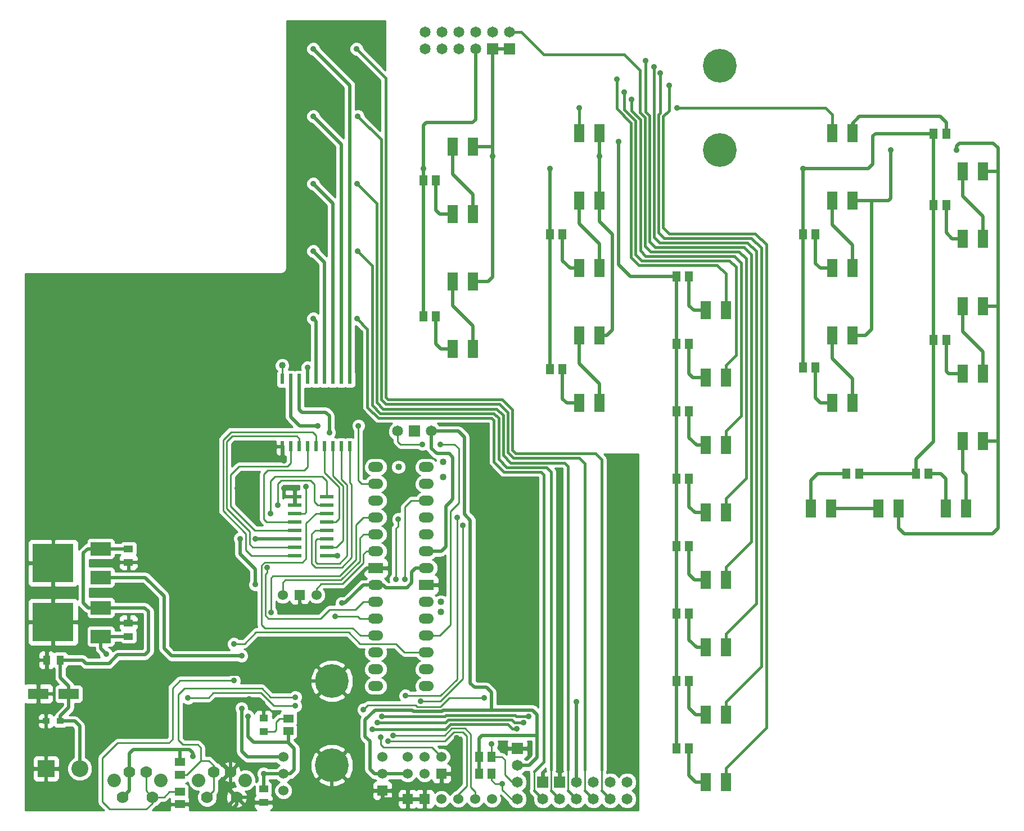
<source format=gbl>
G04 (created by PCBNEW-RS274X (2011-12-28 BZR 3254)-stable) date 7/17/2012 5:32:20 PM*
G01*
G70*
G90*
%MOIN*%
G04 Gerber Fmt 3.4, Leading zero omitted, Abs format*
%FSLAX34Y34*%
G04 APERTURE LIST*
%ADD10C,0.006000*%
%ADD11R,0.051200X0.059000*%
%ADD12C,0.060000*%
%ADD13R,0.060000X0.060000*%
%ADD14C,0.200000*%
%ADD15R,0.040000X0.035000*%
%ADD16R,0.022000X0.060000*%
%ADD17R,0.080000X0.024000*%
%ADD18R,0.059000X0.051200*%
%ADD19C,0.065000*%
%ADD20R,0.065000X0.065000*%
%ADD21C,0.040000*%
%ADD22O,0.090000X0.060000*%
%ADD23R,0.090000X0.060000*%
%ADD24R,0.120000X0.064000*%
%ADD25R,0.056000X0.042000*%
%ADD26R,0.042000X0.056000*%
%ADD27R,0.244000X0.228000*%
%ADD28R,0.120000X0.080000*%
%ADD29C,0.070000*%
%ADD30C,0.080000*%
%ADD31R,0.050000X0.040000*%
%ADD32R,0.060000X0.110000*%
%ADD33R,0.100000X0.100000*%
%ADD34C,0.100000*%
%ADD35C,0.035000*%
%ADD36C,0.020000*%
%ADD37C,0.010000*%
%ADD38C,0.015000*%
G04 APERTURE END LIST*
G54D10*
G54D11*
X69925Y-31750D03*
X69175Y-31750D03*
X54675Y-48000D03*
X53925Y-48000D03*
X54675Y-28000D03*
X53925Y-28000D03*
X54675Y-32000D03*
X53925Y-32000D03*
X54675Y-36000D03*
X53925Y-36000D03*
X54675Y-40000D03*
X53925Y-40000D03*
X54675Y-44000D03*
X53925Y-44000D03*
X54675Y-52000D03*
X53925Y-52000D03*
X54675Y-56000D03*
X53925Y-56000D03*
X64000Y-39700D03*
X64750Y-39700D03*
X68875Y-39700D03*
X68125Y-39700D03*
X69925Y-23750D03*
X69175Y-23750D03*
X69925Y-19525D03*
X69175Y-19525D03*
X62175Y-33400D03*
X61425Y-33400D03*
X62175Y-25500D03*
X61425Y-25500D03*
X39675Y-22300D03*
X38925Y-22300D03*
X47175Y-33500D03*
X46425Y-33500D03*
X47175Y-25500D03*
X46425Y-25500D03*
X39675Y-30350D03*
X38925Y-30350D03*
G54D12*
X32590Y-46900D03*
X30590Y-46900D03*
G54D13*
X31590Y-46900D03*
G54D14*
X33500Y-57000D03*
X33500Y-52000D03*
G54D15*
X17400Y-54375D03*
X16550Y-54375D03*
G54D16*
X34560Y-38080D03*
X34060Y-38080D03*
X33560Y-38080D03*
X33060Y-38080D03*
X32560Y-38080D03*
X32060Y-38080D03*
X31560Y-38080D03*
X31060Y-38080D03*
X31060Y-34080D03*
X31560Y-34080D03*
X32060Y-34080D03*
X32560Y-34080D03*
X33060Y-34080D03*
X33560Y-34080D03*
X34060Y-34080D03*
X34560Y-34080D03*
X30560Y-38080D03*
X30560Y-34080D03*
G54D17*
X31300Y-44550D03*
X31300Y-44050D03*
X31300Y-43550D03*
X31300Y-43050D03*
X31300Y-42550D03*
X31300Y-42050D03*
X31300Y-41550D03*
X31300Y-41050D03*
X33200Y-41050D03*
X33200Y-41550D03*
X33200Y-42050D03*
X33200Y-42550D03*
X33200Y-43050D03*
X33200Y-43550D03*
X33200Y-44050D03*
X33200Y-44550D03*
G54D18*
X24480Y-56815D03*
X24480Y-57565D03*
X24480Y-58565D03*
X24480Y-59315D03*
X30925Y-54225D03*
X30925Y-54975D03*
G54D11*
X42225Y-56500D03*
X42975Y-56500D03*
X42225Y-57500D03*
X42975Y-57500D03*
G54D19*
X44500Y-59000D03*
G54D20*
X44500Y-56000D03*
G54D19*
X44500Y-57000D03*
X44500Y-58000D03*
G54D21*
X30560Y-33280D03*
X37450Y-39300D03*
X40100Y-39000D03*
X40100Y-39900D03*
G54D12*
X38000Y-56500D03*
X38000Y-57500D03*
X39000Y-56500D03*
X39000Y-57500D03*
X40000Y-56500D03*
G54D13*
X40000Y-57500D03*
X38000Y-59000D03*
X39000Y-59000D03*
G54D12*
X40000Y-59000D03*
X41000Y-59000D03*
X42000Y-59000D03*
X43000Y-59000D03*
G54D22*
X36100Y-51300D03*
X36100Y-50300D03*
X36100Y-49300D03*
X36100Y-48300D03*
X36100Y-47300D03*
X36100Y-46300D03*
G54D23*
X36100Y-45300D03*
G54D22*
X36100Y-44300D03*
X36100Y-43300D03*
X36100Y-42300D03*
X36100Y-41300D03*
X36100Y-40300D03*
X36100Y-39300D03*
X36100Y-52300D03*
X39100Y-39300D03*
X39100Y-40300D03*
X39100Y-41300D03*
X39100Y-42300D03*
X39100Y-43300D03*
X39100Y-44300D03*
X39100Y-45300D03*
G54D23*
X39100Y-46300D03*
G54D22*
X39100Y-47300D03*
X39100Y-48300D03*
X39100Y-49300D03*
X39100Y-50300D03*
X39100Y-51300D03*
X39100Y-52300D03*
G54D24*
X17900Y-52775D03*
X16100Y-52750D03*
G54D25*
X21440Y-44150D03*
X21440Y-44950D03*
X29450Y-58400D03*
X29450Y-59200D03*
X21440Y-49350D03*
X21440Y-48550D03*
G54D26*
X17400Y-50760D03*
X16600Y-50760D03*
G54D19*
X46000Y-59000D03*
X47000Y-59000D03*
X48000Y-59000D03*
X49000Y-59000D03*
X50000Y-59000D03*
X51000Y-59000D03*
G54D20*
X46000Y-58000D03*
X47000Y-58000D03*
G54D19*
X48000Y-58000D03*
X49000Y-58000D03*
X50000Y-58000D03*
X51000Y-58000D03*
G54D20*
X44025Y-14500D03*
X43025Y-14500D03*
G54D19*
X42025Y-14500D03*
X41025Y-14500D03*
X40025Y-14500D03*
X39025Y-14500D03*
X44025Y-13500D03*
X43025Y-13500D03*
X42025Y-13500D03*
X41025Y-13500D03*
X40025Y-13500D03*
X39025Y-13500D03*
G54D12*
X30625Y-56500D03*
X30625Y-57500D03*
X30625Y-58500D03*
X36500Y-56500D03*
X36500Y-57500D03*
G54D13*
X36500Y-58500D03*
G54D27*
X16975Y-48500D03*
G54D28*
X19800Y-49350D03*
X19800Y-47650D03*
G54D27*
X16975Y-45000D03*
G54D28*
X19800Y-45850D03*
X19800Y-44150D03*
G54D19*
X37400Y-37175D03*
G54D20*
X38400Y-37175D03*
G54D19*
X39400Y-37175D03*
G54D21*
X39960Y-47300D03*
X39960Y-47900D03*
G54D14*
X56500Y-20500D03*
X56500Y-15500D03*
G54D29*
X22855Y-58890D03*
X21105Y-58890D03*
G54D30*
X23355Y-57890D03*
X20605Y-57890D03*
G54D29*
X21480Y-57390D03*
X22480Y-57390D03*
X27855Y-58890D03*
X26105Y-58890D03*
G54D30*
X28355Y-57890D03*
X25605Y-57890D03*
G54D29*
X26480Y-57390D03*
X27480Y-57390D03*
G54D31*
X29450Y-55000D03*
X29450Y-54200D03*
G54D32*
X55650Y-30000D03*
X56850Y-30000D03*
X55650Y-34000D03*
X56850Y-34000D03*
X55650Y-38000D03*
X56850Y-38000D03*
X55650Y-42000D03*
X56850Y-42000D03*
X55650Y-46000D03*
X56850Y-46000D03*
X55650Y-50000D03*
X56850Y-50000D03*
X55650Y-54000D03*
X56850Y-54000D03*
X55650Y-58000D03*
X56850Y-58000D03*
X40650Y-20300D03*
X41850Y-20300D03*
X40650Y-24300D03*
X41850Y-24300D03*
X40650Y-28300D03*
X41850Y-28300D03*
X40650Y-32300D03*
X41850Y-32300D03*
X48150Y-23500D03*
X49350Y-23500D03*
X48150Y-27500D03*
X49350Y-27500D03*
X48150Y-31500D03*
X49350Y-31500D03*
X48150Y-35500D03*
X49350Y-35500D03*
X63150Y-23500D03*
X64350Y-23500D03*
X63150Y-27500D03*
X64350Y-27500D03*
X63150Y-31500D03*
X64350Y-31500D03*
X63150Y-35500D03*
X64350Y-35500D03*
X48150Y-19500D03*
X49350Y-19500D03*
X64350Y-19500D03*
X63150Y-19500D03*
X70900Y-21750D03*
X72100Y-21750D03*
X70900Y-25750D03*
X72100Y-25750D03*
X70900Y-29750D03*
X72100Y-29750D03*
X70900Y-33750D03*
X72100Y-33750D03*
X70900Y-37750D03*
X72100Y-37750D03*
X69900Y-41750D03*
X71100Y-41750D03*
X65900Y-41750D03*
X67100Y-41750D03*
X61900Y-41750D03*
X63100Y-41750D03*
G54D33*
X16550Y-57200D03*
G54D34*
X18550Y-57200D03*
G54D35*
X20120Y-50400D03*
X27690Y-49800D03*
X27690Y-51980D03*
X38860Y-37950D03*
X39940Y-37950D03*
X48000Y-53240D03*
X37860Y-52870D03*
X40920Y-42300D03*
X37830Y-45970D03*
X30300Y-41550D03*
X33700Y-48150D03*
X29660Y-45280D03*
X29850Y-42075D03*
X29880Y-47930D03*
X35075Y-36850D03*
X31975Y-40475D03*
X36400Y-55325D03*
X31325Y-52950D03*
X36825Y-55575D03*
X38760Y-53200D03*
X41250Y-42780D03*
X42970Y-55720D03*
X43600Y-58110D03*
X37125Y-55225D03*
X28150Y-50500D03*
X28150Y-53620D03*
X50500Y-20000D03*
X43025Y-20850D03*
X49350Y-20850D03*
X66620Y-20500D03*
X70520Y-20500D03*
X61425Y-21600D03*
X46425Y-21600D03*
X38925Y-21600D03*
X53480Y-16650D03*
X52970Y-15920D03*
X52590Y-15560D03*
X52100Y-15200D03*
X51275Y-17500D03*
X50825Y-17075D03*
X50380Y-16290D03*
X30650Y-40550D03*
X47000Y-52200D03*
X30650Y-38925D03*
X28600Y-51600D03*
X22100Y-44950D03*
X45525Y-51600D03*
X22100Y-48550D03*
X40880Y-55370D03*
X24350Y-51600D03*
X44625Y-51600D03*
X17900Y-51600D03*
X28600Y-53050D03*
X28960Y-40550D03*
X27900Y-40550D03*
X32675Y-36850D03*
X24975Y-53000D03*
X42525Y-53000D03*
X31325Y-53475D03*
X35375Y-53700D03*
X37440Y-42390D03*
X37280Y-45960D03*
X33350Y-37250D03*
X44860Y-54470D03*
X36200Y-54475D03*
X32400Y-18500D03*
X34960Y-14500D03*
X32400Y-14500D03*
X35040Y-18500D03*
X35000Y-22500D03*
X32400Y-22500D03*
X35020Y-26500D03*
X32400Y-26500D03*
X34980Y-30500D03*
X32400Y-30500D03*
X44470Y-54830D03*
X35900Y-54850D03*
X32060Y-33400D03*
X45170Y-54100D03*
X36450Y-54100D03*
X48150Y-18000D03*
X53975Y-18000D03*
X28975Y-43550D03*
X34100Y-47375D03*
X28528Y-54106D03*
X28960Y-46280D03*
X33825Y-44550D03*
X29450Y-57500D03*
X28050Y-43550D03*
X25260Y-56460D03*
G54D36*
X20120Y-50400D02*
X19800Y-50080D01*
X19800Y-50080D02*
X19800Y-49350D01*
X19800Y-49350D02*
X21440Y-49350D01*
G54D37*
X23550Y-58890D02*
X22855Y-58890D01*
X24480Y-58565D02*
X23875Y-58565D01*
X27690Y-49800D02*
X28320Y-49800D01*
X27690Y-51980D02*
X24490Y-51980D01*
X23875Y-58565D02*
X23550Y-58890D01*
X22480Y-58515D02*
X22855Y-58890D01*
X19890Y-59160D02*
X19890Y-56580D01*
X37800Y-50300D02*
X37300Y-49800D01*
X24490Y-51980D02*
X24048Y-52422D01*
X22500Y-59610D02*
X20340Y-59610D01*
X29010Y-49110D02*
X34480Y-49110D01*
X39100Y-50300D02*
X37800Y-50300D01*
X20340Y-59610D02*
X19890Y-59160D01*
X37300Y-49800D02*
X35170Y-49800D01*
X23825Y-55675D02*
X20795Y-55675D01*
X20795Y-55675D02*
X19890Y-56580D01*
X34480Y-49110D02*
X35170Y-49800D01*
X22855Y-58890D02*
X22855Y-59255D01*
X24048Y-55452D02*
X23825Y-55675D01*
X28320Y-49800D02*
X29010Y-49110D01*
X22855Y-59255D02*
X22500Y-59610D01*
X24048Y-52422D02*
X24048Y-55452D01*
X22480Y-57390D02*
X22480Y-58515D01*
X38860Y-37950D02*
X37560Y-37950D01*
X37560Y-37950D02*
X37400Y-37790D01*
X37400Y-37790D02*
X37400Y-37175D01*
X41020Y-41440D02*
X40540Y-41920D01*
X39900Y-49300D02*
X40540Y-48660D01*
X40760Y-37950D02*
X41020Y-38210D01*
X39940Y-37950D02*
X40760Y-37950D01*
X40540Y-41920D02*
X40540Y-48660D01*
X39100Y-49300D02*
X39900Y-49300D01*
X41020Y-38210D02*
X41020Y-41440D01*
G54D36*
X48000Y-58000D02*
X48000Y-53240D01*
G54D37*
X37860Y-52870D02*
X39940Y-52870D01*
X39940Y-52870D02*
X40920Y-51890D01*
X40920Y-42300D02*
X40920Y-51890D01*
X37830Y-41680D02*
X38210Y-41300D01*
X38210Y-41300D02*
X39100Y-41300D01*
X37830Y-45970D02*
X37830Y-41680D01*
X29520Y-44950D02*
X29330Y-45140D01*
X31975Y-42625D02*
X31975Y-44725D01*
X31750Y-44950D02*
X31975Y-44725D01*
X32550Y-42050D02*
X31975Y-42625D01*
X29330Y-48655D02*
X29330Y-45140D01*
X35180Y-49300D02*
X34740Y-48860D01*
X29520Y-44950D02*
X31750Y-44950D01*
X34740Y-48860D02*
X29535Y-48860D01*
X33200Y-42050D02*
X32550Y-42050D01*
X36100Y-49300D02*
X35180Y-49300D01*
X29535Y-48860D02*
X29330Y-48655D01*
X32450Y-41350D02*
X32450Y-40325D01*
X35175Y-48300D02*
X36100Y-48300D01*
X32650Y-41550D02*
X32450Y-41350D01*
X32225Y-40100D02*
X30500Y-40100D01*
X32450Y-40325D02*
X32225Y-40100D01*
X30500Y-40100D02*
X30300Y-40300D01*
X33200Y-41550D02*
X32650Y-41550D01*
X33700Y-48150D02*
X35025Y-48150D01*
X35025Y-48150D02*
X35175Y-48300D01*
X30300Y-40300D02*
X30300Y-41550D01*
X34905Y-47770D02*
X35375Y-47300D01*
X29730Y-48290D02*
X29550Y-48110D01*
X29850Y-42075D02*
X29850Y-40130D01*
X30130Y-39850D02*
X32925Y-39850D01*
X33350Y-47770D02*
X34905Y-47770D01*
X33350Y-47770D02*
X32830Y-48290D01*
X29850Y-40130D02*
X30130Y-39850D01*
X32830Y-48290D02*
X29730Y-48290D01*
X29550Y-48110D02*
X29550Y-45660D01*
X29550Y-45660D02*
X29660Y-45550D01*
X29660Y-45280D02*
X29660Y-45550D01*
X32925Y-39850D02*
X33200Y-40125D01*
X33200Y-41050D02*
X33200Y-40125D01*
X36100Y-47300D02*
X35375Y-47300D01*
X33950Y-45775D02*
X34925Y-44800D01*
X34925Y-42725D02*
X34925Y-44800D01*
X29880Y-45890D02*
X29995Y-45775D01*
X29880Y-47930D02*
X29880Y-45890D01*
X29995Y-45775D02*
X33950Y-45775D01*
X36100Y-42300D02*
X35350Y-42300D01*
X35350Y-42300D02*
X34925Y-42725D01*
X31900Y-42050D02*
X31300Y-42050D01*
X36100Y-40300D02*
X35260Y-40300D01*
X31975Y-41975D02*
X31900Y-42050D01*
X31975Y-40475D02*
X31975Y-41975D01*
X35260Y-40300D02*
X35075Y-40115D01*
X35075Y-40115D02*
X35075Y-36850D01*
X25730Y-56720D02*
X24885Y-57565D01*
X29875Y-52950D02*
X29355Y-52430D01*
X26480Y-57390D02*
X26480Y-57005D01*
X39440Y-55940D02*
X40000Y-56500D01*
X36565Y-55940D02*
X39440Y-55940D01*
X24885Y-57565D02*
X24480Y-57565D01*
X36400Y-55325D02*
X36400Y-55775D01*
X36400Y-55775D02*
X36565Y-55940D01*
X25975Y-56720D02*
X26195Y-56720D01*
X24770Y-52430D02*
X29355Y-52430D01*
X24675Y-55775D02*
X25550Y-55775D01*
X25550Y-55775D02*
X25730Y-55955D01*
X25730Y-55955D02*
X25730Y-56720D01*
X24410Y-55510D02*
X24675Y-55775D01*
X24410Y-53225D02*
X24410Y-55510D01*
X26195Y-56720D02*
X26480Y-57005D01*
X25975Y-56720D02*
X25730Y-56720D01*
X24410Y-52790D02*
X24770Y-52430D01*
X31325Y-52950D02*
X29875Y-52950D01*
X26480Y-57390D02*
X26480Y-58515D01*
X26480Y-58515D02*
X26105Y-58890D01*
X24410Y-53225D02*
X24410Y-52790D01*
X40185Y-55575D02*
X40735Y-55025D01*
X36825Y-55575D02*
X40185Y-55575D01*
X41000Y-58725D02*
X41000Y-59000D01*
X41500Y-58225D02*
X41500Y-55275D01*
X41500Y-55275D02*
X41250Y-55025D01*
X41250Y-55025D02*
X40735Y-55025D01*
X41000Y-58725D02*
X41500Y-58225D01*
X38760Y-53200D02*
X39930Y-53200D01*
X41250Y-51880D02*
X41250Y-42780D01*
X39930Y-53200D02*
X41250Y-51880D01*
X42970Y-56495D02*
X42975Y-56500D01*
X43750Y-57560D02*
X43750Y-56680D01*
X44500Y-58000D02*
X44190Y-58000D01*
X43570Y-56500D02*
X43750Y-56680D01*
X42975Y-56500D02*
X43570Y-56500D01*
X42970Y-55720D02*
X42970Y-56495D01*
X44190Y-58000D02*
X43750Y-57560D01*
X43600Y-58450D02*
X44150Y-59000D01*
X44150Y-59000D02*
X44500Y-59000D01*
X43600Y-58110D02*
X43600Y-58450D01*
X43190Y-58110D02*
X42975Y-57895D01*
X43600Y-58110D02*
X43190Y-58110D01*
X42975Y-57895D02*
X42975Y-57500D01*
X40610Y-54810D02*
X41385Y-54810D01*
X41385Y-54810D02*
X41740Y-55165D01*
X42000Y-58570D02*
X42000Y-59000D01*
X42000Y-58570D02*
X41740Y-58310D01*
X37125Y-55225D02*
X40195Y-55225D01*
X40195Y-55225D02*
X40610Y-54810D01*
X41740Y-55165D02*
X41740Y-58310D01*
G54D36*
X19800Y-44150D02*
X21440Y-44150D01*
X19800Y-47650D02*
X22410Y-47650D01*
X18720Y-50760D02*
X17400Y-50760D01*
X18550Y-54675D02*
X18550Y-57200D01*
X20280Y-50960D02*
X18920Y-50960D01*
X19050Y-47650D02*
X18770Y-47370D01*
X17900Y-53575D02*
X17900Y-52775D01*
X17900Y-52775D02*
X17900Y-52300D01*
X22640Y-50220D02*
X22420Y-50440D01*
X17400Y-54075D02*
X17900Y-53575D01*
X17400Y-54375D02*
X18250Y-54375D01*
X18770Y-47370D02*
X18770Y-44410D01*
X20800Y-50440D02*
X20280Y-50960D01*
X22410Y-47650D02*
X22640Y-47880D01*
X19030Y-44150D02*
X19800Y-44150D01*
X17400Y-54375D02*
X17400Y-54075D01*
X19800Y-47650D02*
X19050Y-47650D01*
X17400Y-51800D02*
X17400Y-50760D01*
X17900Y-52300D02*
X17400Y-51800D01*
X18770Y-44410D02*
X19030Y-44150D01*
X18920Y-50960D02*
X18720Y-50760D01*
X18250Y-54375D02*
X18550Y-54675D01*
X22420Y-50440D02*
X20800Y-50440D01*
X22640Y-47880D02*
X22640Y-50220D01*
X23550Y-50060D02*
X23550Y-46960D01*
X30625Y-56500D02*
X28480Y-56500D01*
X23550Y-46960D02*
X22440Y-45850D01*
X22440Y-45850D02*
X19800Y-45850D01*
X28150Y-56170D02*
X28150Y-53620D01*
X28150Y-50500D02*
X23990Y-50500D01*
X23990Y-50500D02*
X23550Y-50060D01*
X28480Y-56500D02*
X28150Y-56170D01*
X53925Y-28000D02*
X51200Y-28000D01*
X51200Y-28000D02*
X50500Y-27300D01*
X53925Y-56000D02*
X53925Y-52000D01*
X53925Y-36000D02*
X53925Y-32000D01*
X53925Y-40000D02*
X53925Y-36000D01*
X53925Y-52000D02*
X53925Y-48000D01*
X50500Y-27300D02*
X50500Y-20000D01*
X53925Y-48000D02*
X53925Y-44000D01*
X53925Y-44000D02*
X53925Y-40000D01*
X53925Y-28000D02*
X53925Y-32000D01*
X64350Y-31500D02*
X65125Y-31500D01*
X65500Y-31125D02*
X65500Y-23500D01*
X41850Y-20300D02*
X43025Y-20300D01*
X66620Y-20500D02*
X66620Y-23360D01*
X43025Y-28025D02*
X42750Y-28300D01*
X49350Y-20850D02*
X49350Y-19500D01*
X49800Y-31500D02*
X50125Y-31175D01*
X49350Y-31500D02*
X49800Y-31500D01*
X65125Y-31500D02*
X65500Y-31125D01*
X67100Y-41750D02*
X67100Y-42930D01*
X64350Y-23500D02*
X65500Y-23500D01*
X67100Y-42930D02*
X67420Y-43250D01*
X72980Y-37750D02*
X72980Y-29750D01*
X50125Y-31175D02*
X50125Y-25500D01*
X43025Y-20850D02*
X43025Y-28025D01*
X42750Y-28300D02*
X41850Y-28300D01*
X72980Y-20360D02*
X72980Y-21750D01*
X49350Y-24725D02*
X50125Y-25500D01*
X49350Y-23500D02*
X49350Y-24725D01*
X66620Y-23360D02*
X66480Y-23500D01*
X72100Y-29750D02*
X72980Y-29750D01*
X70520Y-20280D02*
X70710Y-20090D01*
X72100Y-37750D02*
X72980Y-37750D01*
X70710Y-20090D02*
X72710Y-20090D01*
X72660Y-43250D02*
X72980Y-42930D01*
X70520Y-20500D02*
X70520Y-20280D01*
X49350Y-23500D02*
X49350Y-20850D01*
X43025Y-14500D02*
X43025Y-20300D01*
X72100Y-21750D02*
X72980Y-21750D01*
X67420Y-43250D02*
X72660Y-43250D01*
X72980Y-42930D02*
X72980Y-37750D01*
X43025Y-20300D02*
X43025Y-20850D01*
X43025Y-14500D02*
X44025Y-14500D01*
X72980Y-29750D02*
X72980Y-21750D01*
X66480Y-23500D02*
X65500Y-23500D01*
X72710Y-20090D02*
X72980Y-20360D01*
X65715Y-19525D02*
X65560Y-19680D01*
X68125Y-38845D02*
X69175Y-37795D01*
X69175Y-31750D02*
X69175Y-37795D01*
X68125Y-39700D02*
X68125Y-38845D01*
X46425Y-21600D02*
X46425Y-25500D01*
X38925Y-21600D02*
X38925Y-19025D01*
X42025Y-14500D02*
X42025Y-18685D01*
X61425Y-21600D02*
X61425Y-25500D01*
X38925Y-30350D02*
X38925Y-22300D01*
X38925Y-21600D02*
X38925Y-22300D01*
X46425Y-33500D02*
X46425Y-25500D01*
X61425Y-25500D02*
X61425Y-33400D01*
X41840Y-18870D02*
X42025Y-18685D01*
X64750Y-39700D02*
X68125Y-39700D01*
X69175Y-23750D02*
X69175Y-31750D01*
X38925Y-19025D02*
X39080Y-18870D01*
X65560Y-21320D02*
X65280Y-21600D01*
X65280Y-21600D02*
X61425Y-21600D01*
X39080Y-18870D02*
X41840Y-18870D01*
X69175Y-23750D02*
X69175Y-19525D01*
X69175Y-19525D02*
X65715Y-19525D01*
X65560Y-19680D02*
X65560Y-21320D01*
G54D38*
X59250Y-26115D02*
X58590Y-25455D01*
X53140Y-25110D02*
X53485Y-25455D01*
X53480Y-16650D02*
X53480Y-18160D01*
X59250Y-54775D02*
X59250Y-26115D01*
X56850Y-57175D02*
X59250Y-54775D01*
X56850Y-58000D02*
X56850Y-57175D01*
X53140Y-18500D02*
X53140Y-25110D01*
X53480Y-18160D02*
X53140Y-18500D01*
X58590Y-25455D02*
X53485Y-25455D01*
X58950Y-51125D02*
X58950Y-26315D01*
X52970Y-18300D02*
X52860Y-18410D01*
X53185Y-25720D02*
X52860Y-25395D01*
X58950Y-26315D02*
X58355Y-25720D01*
X52860Y-25395D02*
X52860Y-18410D01*
X52970Y-15920D02*
X52970Y-18300D01*
X56850Y-54000D02*
X56850Y-53225D01*
X58355Y-25720D02*
X53185Y-25720D01*
X56850Y-53225D02*
X58950Y-51125D01*
X58650Y-26515D02*
X58130Y-25995D01*
X56850Y-49200D02*
X58650Y-47400D01*
X52590Y-15560D02*
X52590Y-25670D01*
X56850Y-50000D02*
X56850Y-49200D01*
X52915Y-25995D02*
X52590Y-25670D01*
X58130Y-25995D02*
X52915Y-25995D01*
X58650Y-47400D02*
X58650Y-26515D01*
X57915Y-26260D02*
X52650Y-26260D01*
X52330Y-18450D02*
X52100Y-18220D01*
X52100Y-18220D02*
X52100Y-15200D01*
X58350Y-43725D02*
X58350Y-26695D01*
X56850Y-45225D02*
X58350Y-43725D01*
X52650Y-26260D02*
X52330Y-25940D01*
X58350Y-26695D02*
X57915Y-26260D01*
X56850Y-46000D02*
X56850Y-45225D01*
X52330Y-25940D02*
X52330Y-18450D01*
X57645Y-26530D02*
X52395Y-26530D01*
X51750Y-18250D02*
X51750Y-15750D01*
X58050Y-26935D02*
X57645Y-26530D01*
X44725Y-13500D02*
X44025Y-13500D01*
X56850Y-41150D02*
X58050Y-39950D01*
X52060Y-18560D02*
X51750Y-18250D01*
X46050Y-14825D02*
X44725Y-13500D01*
X52060Y-26195D02*
X52060Y-18560D01*
X50825Y-14825D02*
X46050Y-14825D01*
X58050Y-39950D02*
X58050Y-26935D01*
X51750Y-15750D02*
X50825Y-14825D01*
X52395Y-26530D02*
X52060Y-26195D01*
X56850Y-42000D02*
X56850Y-41150D01*
X56850Y-37176D02*
X57750Y-36276D01*
X51790Y-26480D02*
X51790Y-18690D01*
X52100Y-26790D02*
X51790Y-26480D01*
X56850Y-38000D02*
X56850Y-37176D01*
X57750Y-36276D02*
X57750Y-27185D01*
X57355Y-26790D02*
X52100Y-26790D01*
X57750Y-27185D02*
X57355Y-26790D01*
X51275Y-18175D02*
X51790Y-18690D01*
X51275Y-17500D02*
X51275Y-18175D01*
X51870Y-27050D02*
X51510Y-26690D01*
X56850Y-34000D02*
X56850Y-33275D01*
X57450Y-32675D02*
X57450Y-27435D01*
X50825Y-17075D02*
X50825Y-18095D01*
X51510Y-26690D02*
X51510Y-18780D01*
X57065Y-27050D02*
X51870Y-27050D01*
X50825Y-18095D02*
X51510Y-18780D01*
X56850Y-33275D02*
X57450Y-32675D01*
X57450Y-27435D02*
X57065Y-27050D01*
X50380Y-18040D02*
X51240Y-18900D01*
X56345Y-27320D02*
X51680Y-27320D01*
X51240Y-18900D02*
X51240Y-26880D01*
X50380Y-18040D02*
X50380Y-16290D01*
X56850Y-27825D02*
X56345Y-27320D01*
X51240Y-26880D02*
X51680Y-27320D01*
X56850Y-27825D02*
X56850Y-30000D01*
G54D36*
X25310Y-59560D02*
X27640Y-59560D01*
X30560Y-38080D02*
X30560Y-38835D01*
X40880Y-57210D02*
X40590Y-57500D01*
X40590Y-57500D02*
X40000Y-57500D01*
X36500Y-59000D02*
X38000Y-59000D01*
X27640Y-59560D02*
X27855Y-59345D01*
X16600Y-50760D02*
X16600Y-50310D01*
X16100Y-52750D02*
X16100Y-52100D01*
X33175Y-47525D02*
X33425Y-47275D01*
X21440Y-48550D02*
X20870Y-48550D01*
X27480Y-58515D02*
X27855Y-58890D01*
X40000Y-58125D02*
X40000Y-57500D01*
X16975Y-49935D02*
X16975Y-48500D01*
X29450Y-54200D02*
X29450Y-53290D01*
X40880Y-55370D02*
X40880Y-57210D01*
X28810Y-59200D02*
X28500Y-58890D01*
X28500Y-58890D02*
X27855Y-58890D01*
X31300Y-41050D02*
X30750Y-41050D01*
X30560Y-38835D02*
X30650Y-38925D01*
X16550Y-53775D02*
X16100Y-53325D01*
X16550Y-54375D02*
X16550Y-53775D01*
X29450Y-59200D02*
X28810Y-59200D01*
X27480Y-57390D02*
X27480Y-58515D01*
X29210Y-53050D02*
X29450Y-53290D01*
X31300Y-41550D02*
X31300Y-41050D01*
X47000Y-58000D02*
X47000Y-52200D01*
X24480Y-59315D02*
X25065Y-59315D01*
X16100Y-52100D02*
X16600Y-51600D01*
X21440Y-48550D02*
X22100Y-48550D01*
X30750Y-41050D02*
X30650Y-40950D01*
X33425Y-46950D02*
X33675Y-46700D01*
X28600Y-53050D02*
X27850Y-53050D01*
X30650Y-40950D02*
X30650Y-40550D01*
X39000Y-59000D02*
X39000Y-58500D01*
X17900Y-51600D02*
X24350Y-51600D01*
X39200Y-58300D02*
X39825Y-58300D01*
X16100Y-53325D02*
X16100Y-52750D01*
X25065Y-59315D02*
X25310Y-59560D01*
X39825Y-58300D02*
X40000Y-58125D01*
X33500Y-57000D02*
X33500Y-59200D01*
X36500Y-58500D02*
X36500Y-59000D01*
X29000Y-52000D02*
X28600Y-51600D01*
X45525Y-51600D02*
X44625Y-51600D01*
X16600Y-50310D02*
X16975Y-49935D01*
X28600Y-53050D02*
X29210Y-53050D01*
X33675Y-46700D02*
X34175Y-46700D01*
X27480Y-53420D02*
X27480Y-57390D01*
X24350Y-51600D02*
X28600Y-51600D01*
X39000Y-58500D02*
X39200Y-58300D01*
X27850Y-53050D02*
X27480Y-53420D01*
X33500Y-59200D02*
X36300Y-59200D01*
X35575Y-45300D02*
X34175Y-46700D01*
X36300Y-59200D02*
X36500Y-59000D01*
X31590Y-46900D02*
X31590Y-47370D01*
X27855Y-59345D02*
X27855Y-58890D01*
X20870Y-48550D02*
X20820Y-48500D01*
X16975Y-45000D02*
X16975Y-48500D01*
X16600Y-50760D02*
X16600Y-51600D01*
X33425Y-47275D02*
X33425Y-46950D01*
X31590Y-47370D02*
X31745Y-47525D01*
X38000Y-59000D02*
X39000Y-59000D01*
X31745Y-47525D02*
X33175Y-47525D01*
X36100Y-45300D02*
X35575Y-45300D01*
X33500Y-52000D02*
X29000Y-52000D01*
X20820Y-48500D02*
X16975Y-48500D01*
X29450Y-59200D02*
X33500Y-59200D01*
X16550Y-57200D02*
X16550Y-54375D01*
X28960Y-40550D02*
X27900Y-40550D01*
X22100Y-44950D02*
X21440Y-44950D01*
G54D37*
X30560Y-34080D02*
X30560Y-33280D01*
G54D36*
X31590Y-36850D02*
X31060Y-36320D01*
X31060Y-36320D02*
X31060Y-34080D01*
X32675Y-36850D02*
X31590Y-36850D01*
G54D37*
X26470Y-52710D02*
X29285Y-52710D01*
X38460Y-53440D02*
X38550Y-53530D01*
X38550Y-53530D02*
X39920Y-53530D01*
X39920Y-53530D02*
X40450Y-53000D01*
X40450Y-53000D02*
X42525Y-53000D01*
X24975Y-53000D02*
X26180Y-53000D01*
X29285Y-52710D02*
X30050Y-53475D01*
X31325Y-53475D02*
X30050Y-53475D01*
X26470Y-52710D02*
X26180Y-53000D01*
X35635Y-53440D02*
X35375Y-53700D01*
X38460Y-53440D02*
X35635Y-53440D01*
X37280Y-42970D02*
X37440Y-42810D01*
X37280Y-45960D02*
X37280Y-42970D01*
X37440Y-42810D02*
X37440Y-42390D01*
G54D36*
X31720Y-36060D02*
X33140Y-36060D01*
X31560Y-35900D02*
X31720Y-36060D01*
X31560Y-34080D02*
X31560Y-35900D01*
X33350Y-37250D02*
X33350Y-36270D01*
X33140Y-36060D02*
X33350Y-36270D01*
G54D38*
X44345Y-54470D02*
X44175Y-54300D01*
X44860Y-54470D02*
X44345Y-54470D01*
X44175Y-54300D02*
X40390Y-54300D01*
X36200Y-54475D02*
X40220Y-54470D01*
X40220Y-54470D02*
X40390Y-54300D01*
G54D36*
X34060Y-34080D02*
X34060Y-20160D01*
X34060Y-20160D02*
X32400Y-18500D01*
G54D37*
X33725Y-42550D02*
X33200Y-42550D01*
X33925Y-40505D02*
X33925Y-42350D01*
X33060Y-38080D02*
X33060Y-39640D01*
X33925Y-42350D02*
X33725Y-42550D01*
X33060Y-39640D02*
X33925Y-40505D01*
X34560Y-40220D02*
X34675Y-40335D01*
X34675Y-44672D02*
X34675Y-40335D01*
X34097Y-45250D02*
X34675Y-44672D01*
X32300Y-43275D02*
X32300Y-45025D01*
X32525Y-43050D02*
X32300Y-43275D01*
X32525Y-45250D02*
X32300Y-45025D01*
X34560Y-38080D02*
X34560Y-40220D01*
X33200Y-43050D02*
X32525Y-43050D01*
X32525Y-45250D02*
X34097Y-45250D01*
X33200Y-43550D02*
X32625Y-43550D01*
X34060Y-38080D02*
X34060Y-40040D01*
X32625Y-45025D02*
X33952Y-45025D01*
X32525Y-44925D02*
X32625Y-45025D01*
X34060Y-40040D02*
X34400Y-40380D01*
X33952Y-45025D02*
X34400Y-44577D01*
X32625Y-43550D02*
X32525Y-43650D01*
X32525Y-43650D02*
X32525Y-44925D01*
X34400Y-44577D02*
X34400Y-40380D01*
X34150Y-40430D02*
X34150Y-43650D01*
X33750Y-44050D02*
X33200Y-44050D01*
X34150Y-43650D02*
X33750Y-44050D01*
X33560Y-38080D02*
X33560Y-39840D01*
X33560Y-39840D02*
X34150Y-40430D01*
G54D38*
X43605Y-35310D02*
X36845Y-35310D01*
X36690Y-35155D02*
X36690Y-16230D01*
X50000Y-59000D02*
X49500Y-58500D01*
X44190Y-35895D02*
X43605Y-35310D01*
X44190Y-38305D02*
X44190Y-35895D01*
X49500Y-38865D02*
X49145Y-38510D01*
X49500Y-57250D02*
X49500Y-38865D01*
X44395Y-38510D02*
X44190Y-38305D01*
G54D37*
X49500Y-58500D02*
X49500Y-57250D01*
G54D38*
X36690Y-16230D02*
X34960Y-14500D01*
X36845Y-35310D02*
X36690Y-35155D01*
X49145Y-38510D02*
X44395Y-38510D01*
G54D36*
X34560Y-34080D02*
X34560Y-16660D01*
X34560Y-16660D02*
X32400Y-14500D01*
G54D38*
X48500Y-57250D02*
X48500Y-39115D01*
X36420Y-19880D02*
X35040Y-18500D01*
X43920Y-38435D02*
X43920Y-36065D01*
X48500Y-39115D02*
X48165Y-38780D01*
X36420Y-35305D02*
X36420Y-19880D01*
G54D37*
X48500Y-58500D02*
X48500Y-57250D01*
G54D38*
X48165Y-38780D02*
X44265Y-38780D01*
X36695Y-35580D02*
X36420Y-35305D01*
X44265Y-38780D02*
X43920Y-38435D01*
X43435Y-35580D02*
X36695Y-35580D01*
X49000Y-59000D02*
X48500Y-58500D01*
X43920Y-36065D02*
X43435Y-35580D01*
X44085Y-39050D02*
X43650Y-38615D01*
G54D37*
X47500Y-58500D02*
X47500Y-57250D01*
G54D38*
X36150Y-23650D02*
X35000Y-22500D01*
X43650Y-38615D02*
X43650Y-36225D01*
X47285Y-39050D02*
X44085Y-39050D01*
X47500Y-39265D02*
X47285Y-39050D01*
X43650Y-36225D02*
X43275Y-35850D01*
X36520Y-35850D02*
X36150Y-35480D01*
X47500Y-57250D02*
X47500Y-39265D01*
X36150Y-35480D02*
X36150Y-23650D01*
X43275Y-35850D02*
X36520Y-35850D01*
X48000Y-59000D02*
X47500Y-58500D01*
G54D36*
X33560Y-23660D02*
X32400Y-22500D01*
X33560Y-34080D02*
X33560Y-23660D01*
G54D38*
X43380Y-36390D02*
X43110Y-36120D01*
X43110Y-36120D02*
X36370Y-36120D01*
X43860Y-39320D02*
X43380Y-38840D01*
X43380Y-38840D02*
X43380Y-36390D01*
G54D37*
X46500Y-57250D02*
X46500Y-58500D01*
G54D38*
X36370Y-36120D02*
X35880Y-35630D01*
X46235Y-39320D02*
X43860Y-39320D01*
X46500Y-39585D02*
X46235Y-39320D01*
X46500Y-39585D02*
X46500Y-57250D01*
X47000Y-59000D02*
X46500Y-58500D01*
X35880Y-35630D02*
X35880Y-27360D01*
X35880Y-27360D02*
X35020Y-26500D01*
G54D36*
X33060Y-34080D02*
X33060Y-27160D01*
X33060Y-27160D02*
X32400Y-26500D01*
G54D38*
X36250Y-36390D02*
X35610Y-35750D01*
X35610Y-35750D02*
X35610Y-31130D01*
G54D37*
X45500Y-58500D02*
X45500Y-57380D01*
G54D38*
X43110Y-36545D02*
X42955Y-36390D01*
X46070Y-39770D02*
X45890Y-39590D01*
X45500Y-57380D02*
X46070Y-56810D01*
X45890Y-39590D02*
X43685Y-39590D01*
X35610Y-31130D02*
X34980Y-30500D01*
X43110Y-39015D02*
X43110Y-36545D01*
X42955Y-36390D02*
X36250Y-36390D01*
X46070Y-56810D02*
X46070Y-39770D01*
X43685Y-39590D02*
X43110Y-39015D01*
X46000Y-59000D02*
X45500Y-58500D01*
G54D36*
X32560Y-34080D02*
X32560Y-30660D01*
X32560Y-30660D02*
X32400Y-30500D01*
G54D38*
X35900Y-54850D02*
X40240Y-54850D01*
X43915Y-54565D02*
X44180Y-54830D01*
X40240Y-54850D02*
X40525Y-54565D01*
X44470Y-54830D02*
X44180Y-54830D01*
X40525Y-54565D02*
X43915Y-54565D01*
G54D36*
X32060Y-34080D02*
X32060Y-33400D01*
G54D38*
X40255Y-54035D02*
X44360Y-54035D01*
X40190Y-54100D02*
X40255Y-54035D01*
X44425Y-54100D02*
X45170Y-54100D01*
X44360Y-54035D02*
X44425Y-54100D01*
X36450Y-54100D02*
X40190Y-54100D01*
G54D37*
X28400Y-44225D02*
X28400Y-43250D01*
X31300Y-44550D02*
X28725Y-44550D01*
X28725Y-44550D02*
X28400Y-44225D01*
X32560Y-38080D02*
X32560Y-37420D01*
X27050Y-37700D02*
X27525Y-37225D01*
X27050Y-41900D02*
X27050Y-37700D01*
X32560Y-37420D02*
X32365Y-37225D01*
X32365Y-37225D02*
X27525Y-37225D01*
X28400Y-43250D02*
X27050Y-41900D01*
X27600Y-37475D02*
X31415Y-37475D01*
X31560Y-37620D02*
X31415Y-37475D01*
X31300Y-44050D02*
X28800Y-44050D01*
X28625Y-43875D02*
X28625Y-43125D01*
X27275Y-41775D02*
X27275Y-37800D01*
X28800Y-44050D02*
X28625Y-43875D01*
X31560Y-38080D02*
X31560Y-37620D01*
X27275Y-37800D02*
X27600Y-37475D01*
X28625Y-43125D02*
X27275Y-41775D01*
X28925Y-43050D02*
X31300Y-43050D01*
X27500Y-39775D02*
X28000Y-39275D01*
X28925Y-43050D02*
X27500Y-41625D01*
X31060Y-39080D02*
X30865Y-39275D01*
X28000Y-39275D02*
X30865Y-39275D01*
X31060Y-38080D02*
X31060Y-39080D01*
X27500Y-41625D02*
X27500Y-39775D01*
X29625Y-42550D02*
X29460Y-42385D01*
X31300Y-42550D02*
X29625Y-42550D01*
X32060Y-38080D02*
X32060Y-39300D01*
X32060Y-39300D02*
X31860Y-39500D01*
X29700Y-39500D02*
X29460Y-39740D01*
X31860Y-39500D02*
X29700Y-39500D01*
X29460Y-39740D02*
X29460Y-42385D01*
X30200Y-54425D02*
X30200Y-54900D01*
X30400Y-54225D02*
X30200Y-54425D01*
X30100Y-55000D02*
X29450Y-55000D01*
X30200Y-54900D02*
X30100Y-55000D01*
X30925Y-54225D02*
X30400Y-54225D01*
X34038Y-46010D02*
X35150Y-44898D01*
X30590Y-46900D02*
X30590Y-46160D01*
X30740Y-46010D02*
X34038Y-46010D01*
X30590Y-46160D02*
X30740Y-46010D01*
X35375Y-43300D02*
X35150Y-43525D01*
X36100Y-43300D02*
X35375Y-43300D01*
X35150Y-43525D02*
X35150Y-44898D01*
X32870Y-46240D02*
X34135Y-46240D01*
X32590Y-46900D02*
X32590Y-46520D01*
X35375Y-44475D02*
X35375Y-45000D01*
X35550Y-44300D02*
X35375Y-44475D01*
X32590Y-46520D02*
X32870Y-46240D01*
X36100Y-44300D02*
X35550Y-44300D01*
X34135Y-46240D02*
X35375Y-45000D01*
G54D36*
X64350Y-34075D02*
X63150Y-32875D01*
X63150Y-32875D02*
X63150Y-31500D01*
X64350Y-35500D02*
X64350Y-34075D01*
X49350Y-34350D02*
X48150Y-33150D01*
X48150Y-33150D02*
X48150Y-31500D01*
X49350Y-35500D02*
X49350Y-34350D01*
G54D38*
X63150Y-18400D02*
X62750Y-18000D01*
X48150Y-18000D02*
X48150Y-19500D01*
X62750Y-18000D02*
X53975Y-18000D01*
X63150Y-19500D02*
X63150Y-18400D01*
G54D36*
X63150Y-24925D02*
X63150Y-23500D01*
X64350Y-27500D02*
X64350Y-26125D01*
X64350Y-26125D02*
X63150Y-24925D01*
X70900Y-31275D02*
X70900Y-29750D01*
X72100Y-32475D02*
X70900Y-31275D01*
X72100Y-33750D02*
X72100Y-32475D01*
X72100Y-25750D02*
X72100Y-24425D01*
X72100Y-24425D02*
X70900Y-23225D01*
X70900Y-23225D02*
X70900Y-21750D01*
X63100Y-41750D02*
X65900Y-41750D01*
X40650Y-21925D02*
X40650Y-20300D01*
X41850Y-23125D02*
X40650Y-21925D01*
X41850Y-24300D02*
X41850Y-23125D01*
X41850Y-30925D02*
X40650Y-29725D01*
X41850Y-32300D02*
X41850Y-30925D01*
X40650Y-29725D02*
X40650Y-28300D01*
X49350Y-26050D02*
X48150Y-24850D01*
X48150Y-24850D02*
X48150Y-23500D01*
X49350Y-27500D02*
X49350Y-26050D01*
X54675Y-48000D02*
X54675Y-49550D01*
X55650Y-50000D02*
X55125Y-50000D01*
X54675Y-49550D02*
X55125Y-50000D01*
X54675Y-44000D02*
X54675Y-45675D01*
X54675Y-45675D02*
X55000Y-46000D01*
X55650Y-46000D02*
X55000Y-46000D01*
X54675Y-41650D02*
X55025Y-42000D01*
X55650Y-42000D02*
X55025Y-42000D01*
X54675Y-40000D02*
X54675Y-41650D01*
X55650Y-38000D02*
X55125Y-38000D01*
X54675Y-36000D02*
X54675Y-37550D01*
X54675Y-37550D02*
X55125Y-38000D01*
X54675Y-33775D02*
X54900Y-34000D01*
X54675Y-32000D02*
X54675Y-33775D01*
X55650Y-34000D02*
X54900Y-34000D01*
X54675Y-28000D02*
X54675Y-29725D01*
X55650Y-30000D02*
X54950Y-30000D01*
X54675Y-29725D02*
X54950Y-30000D01*
X62290Y-39700D02*
X64000Y-39700D01*
X61900Y-41750D02*
X61900Y-40090D01*
X61900Y-40090D02*
X62290Y-39700D01*
X69900Y-41750D02*
X69900Y-40000D01*
X68875Y-39700D02*
X69600Y-39700D01*
X69900Y-40000D02*
X69600Y-39700D01*
X69925Y-33625D02*
X70050Y-33750D01*
X69925Y-31750D02*
X69925Y-33625D01*
X70900Y-33750D02*
X70050Y-33750D01*
X70900Y-25750D02*
X70275Y-25750D01*
X69925Y-23750D02*
X69925Y-25400D01*
X69925Y-25400D02*
X70275Y-25750D01*
X39900Y-24300D02*
X39675Y-24075D01*
X40650Y-24300D02*
X39900Y-24300D01*
X39675Y-24075D02*
X39675Y-22300D01*
X39975Y-32300D02*
X39675Y-32000D01*
X40650Y-32300D02*
X39975Y-32300D01*
X39675Y-32000D02*
X39675Y-30350D01*
X71100Y-39780D02*
X70900Y-39580D01*
X70900Y-39580D02*
X70900Y-37750D01*
X71100Y-41750D02*
X71100Y-39780D01*
X47175Y-27050D02*
X47175Y-25500D01*
X48150Y-27500D02*
X47625Y-27500D01*
X47625Y-27500D02*
X47175Y-27050D01*
X48150Y-35500D02*
X47425Y-35500D01*
X47175Y-35250D02*
X47175Y-33500D01*
X47425Y-35500D02*
X47175Y-35250D01*
X63150Y-27500D02*
X62450Y-27500D01*
X62175Y-27225D02*
X62175Y-25500D01*
X62450Y-27500D02*
X62175Y-27225D01*
X64350Y-18925D02*
X64775Y-18500D01*
X64775Y-18500D02*
X69575Y-18500D01*
X69575Y-18500D02*
X69925Y-18850D01*
X69925Y-18850D02*
X69925Y-19525D01*
X64350Y-19500D02*
X64350Y-18925D01*
X63150Y-35500D02*
X62475Y-35500D01*
X62175Y-35200D02*
X62175Y-33400D01*
X62475Y-35500D02*
X62175Y-35200D01*
X54675Y-57600D02*
X55075Y-58000D01*
X54675Y-56000D02*
X54675Y-57600D01*
X55075Y-58000D02*
X55650Y-58000D01*
X55650Y-54000D02*
X55075Y-54000D01*
X54675Y-53600D02*
X55075Y-54000D01*
X54675Y-52000D02*
X54675Y-53600D01*
X42950Y-52675D02*
X42650Y-52375D01*
X41700Y-42950D02*
X41700Y-52125D01*
X41700Y-42950D02*
X41700Y-42450D01*
X40016Y-53790D02*
X40086Y-53720D01*
X41000Y-37175D02*
X41350Y-37525D01*
X36100Y-53720D02*
X36055Y-53720D01*
X41950Y-52375D02*
X42650Y-52375D01*
X42950Y-53720D02*
X42950Y-52975D01*
X41350Y-42100D02*
X41700Y-42450D01*
X28050Y-44450D02*
X28050Y-43550D01*
X40150Y-37175D02*
X39400Y-37175D01*
X35475Y-55295D02*
X35760Y-55580D01*
X41700Y-52125D02*
X41950Y-52375D01*
X36710Y-46470D02*
X37950Y-46470D01*
X35475Y-54300D02*
X35475Y-55295D01*
X28528Y-55303D02*
X28850Y-55625D01*
X36020Y-57500D02*
X36500Y-57500D01*
X35760Y-57240D02*
X35760Y-55580D01*
X36055Y-53720D02*
X35475Y-54300D01*
X28528Y-54106D02*
X28528Y-55303D01*
X44500Y-57000D02*
X45200Y-57000D01*
X45400Y-53720D02*
X42950Y-53720D01*
X42950Y-53720D02*
X40086Y-53720D01*
X39100Y-45300D02*
X38470Y-45300D01*
X25260Y-56460D02*
X25260Y-56250D01*
X37950Y-46470D02*
X38240Y-46180D01*
X41350Y-37525D02*
X41350Y-42100D01*
X40150Y-37175D02*
X41000Y-37175D01*
X39720Y-38510D02*
X40460Y-38510D01*
X36100Y-46300D02*
X36540Y-46300D01*
X45400Y-53720D02*
X45670Y-53990D01*
X38260Y-53720D02*
X38330Y-53790D01*
X40595Y-41275D02*
X40595Y-41285D01*
X40260Y-44020D02*
X39980Y-44300D01*
X38000Y-57500D02*
X36500Y-57500D01*
X30925Y-55650D02*
X31275Y-56000D01*
X39100Y-44300D02*
X39980Y-44300D01*
X40670Y-38720D02*
X40670Y-41200D01*
X40460Y-38510D02*
X40670Y-38720D01*
X42950Y-52975D02*
X42950Y-52675D01*
X39400Y-38190D02*
X39720Y-38510D01*
X40670Y-41200D02*
X40595Y-41275D01*
X39400Y-37175D02*
X39400Y-38190D01*
X40260Y-41620D02*
X40260Y-44020D01*
X40595Y-41285D02*
X40260Y-41620D01*
X33200Y-44550D02*
X33825Y-44550D01*
X36540Y-46300D02*
X36710Y-46470D01*
X28850Y-55625D02*
X30925Y-55625D01*
X31300Y-43550D02*
X28975Y-43550D01*
X24480Y-56050D02*
X21740Y-56050D01*
X28960Y-46280D02*
X28960Y-45360D01*
X34275Y-47375D02*
X35350Y-46300D01*
X30625Y-57500D02*
X29450Y-57500D01*
X24480Y-56815D02*
X24480Y-56050D01*
X28960Y-45360D02*
X28050Y-44450D01*
X36100Y-46300D02*
X35350Y-46300D01*
X38330Y-53790D02*
X40016Y-53790D01*
X30925Y-54975D02*
X30925Y-55625D01*
X31275Y-56000D02*
X31275Y-57265D01*
X36100Y-53720D02*
X38260Y-53720D01*
X29450Y-58400D02*
X29450Y-57500D01*
X30625Y-57500D02*
X31040Y-57500D01*
X42225Y-57500D02*
X42225Y-56500D01*
X34100Y-47375D02*
X34275Y-47375D01*
X21480Y-58515D02*
X21105Y-58890D01*
X38470Y-45300D02*
X38240Y-45530D01*
X21480Y-57390D02*
X21480Y-58515D01*
X45670Y-55220D02*
X45670Y-56530D01*
X21740Y-56050D02*
X21480Y-56310D01*
X45670Y-53990D02*
X45670Y-55220D01*
X30925Y-55625D02*
X30925Y-55650D01*
X42400Y-55220D02*
X45670Y-55220D01*
X45670Y-56530D02*
X45200Y-57000D01*
X31275Y-57265D02*
X31040Y-57500D01*
X38240Y-45530D02*
X38240Y-46180D01*
X25260Y-56250D02*
X25060Y-56050D01*
X36020Y-57500D02*
X35760Y-57240D01*
X25060Y-56050D02*
X24480Y-56050D01*
X42225Y-55395D02*
X42225Y-56500D01*
X42400Y-55220D02*
X42225Y-55395D01*
X21480Y-56310D02*
X21480Y-57390D01*
G54D10*
G36*
X29401Y-42750D02*
X29049Y-42750D01*
X27800Y-41501D01*
X27800Y-39899D01*
X28124Y-39575D01*
X29216Y-39575D01*
X29183Y-39625D01*
X29160Y-39740D01*
X29160Y-42385D01*
X29183Y-42500D01*
X29248Y-42597D01*
X29401Y-42750D01*
X29401Y-42750D01*
G37*
G54D37*
X29401Y-42750D02*
X29049Y-42750D01*
X27800Y-41501D01*
X27800Y-39899D01*
X28124Y-39575D01*
X29216Y-39575D01*
X29183Y-39625D01*
X29160Y-39740D01*
X29160Y-42385D01*
X29183Y-42500D01*
X29248Y-42597D01*
X29401Y-42750D01*
G54D10*
G36*
X30760Y-38955D02*
X30740Y-38975D01*
X30505Y-38975D01*
X30505Y-38605D01*
X30505Y-38135D01*
X30225Y-38135D01*
X30150Y-38210D01*
X30151Y-38321D01*
X30151Y-38440D01*
X30197Y-38550D01*
X30281Y-38634D01*
X30391Y-38679D01*
X30430Y-38680D01*
X30505Y-38605D01*
X30505Y-38975D01*
X28000Y-38975D01*
X27885Y-38998D01*
X27788Y-39063D01*
X27575Y-39276D01*
X27575Y-37924D01*
X27724Y-37775D01*
X30151Y-37775D01*
X30151Y-37839D01*
X30150Y-37950D01*
X30225Y-38025D01*
X30455Y-38025D01*
X30505Y-38025D01*
X30615Y-38025D01*
X30615Y-38135D01*
X30615Y-38185D01*
X30615Y-38605D01*
X30690Y-38680D01*
X30729Y-38679D01*
X30760Y-38666D01*
X30760Y-38955D01*
X30760Y-38955D01*
G37*
G54D37*
X30760Y-38955D02*
X30740Y-38975D01*
X30505Y-38975D01*
X30505Y-38605D01*
X30505Y-38135D01*
X30225Y-38135D01*
X30150Y-38210D01*
X30151Y-38321D01*
X30151Y-38440D01*
X30197Y-38550D01*
X30281Y-38634D01*
X30391Y-38679D01*
X30430Y-38680D01*
X30505Y-38605D01*
X30505Y-38975D01*
X28000Y-38975D01*
X27885Y-38998D01*
X27788Y-39063D01*
X27575Y-39276D01*
X27575Y-37924D01*
X27724Y-37775D01*
X30151Y-37775D01*
X30151Y-37839D01*
X30150Y-37950D01*
X30225Y-38025D01*
X30455Y-38025D01*
X30505Y-38025D01*
X30615Y-38025D01*
X30615Y-38135D01*
X30615Y-38185D01*
X30615Y-38605D01*
X30690Y-38680D01*
X30729Y-38679D01*
X30760Y-38666D01*
X30760Y-38955D01*
G54D10*
G36*
X31579Y-40630D02*
X31430Y-40630D01*
X31355Y-40705D01*
X31355Y-40945D01*
X31355Y-40995D01*
X31355Y-41105D01*
X31355Y-41155D01*
X31355Y-41205D01*
X31355Y-41395D01*
X31355Y-41445D01*
X31355Y-41495D01*
X31355Y-41605D01*
X31245Y-41605D01*
X31245Y-41495D01*
X31245Y-41445D01*
X31245Y-41395D01*
X31245Y-41205D01*
X31245Y-41105D01*
X30675Y-41105D01*
X30600Y-41180D01*
X30600Y-40920D01*
X30675Y-40995D01*
X31245Y-40995D01*
X31245Y-40705D01*
X31170Y-40630D01*
X30959Y-40631D01*
X30840Y-40631D01*
X30730Y-40677D01*
X30646Y-40761D01*
X30601Y-40871D01*
X30600Y-40920D01*
X30600Y-40424D01*
X30624Y-40400D01*
X31550Y-40400D01*
X31550Y-40559D01*
X31579Y-40630D01*
X31579Y-40630D01*
G37*
G54D37*
X31579Y-40630D02*
X31430Y-40630D01*
X31355Y-40705D01*
X31355Y-40945D01*
X31355Y-40995D01*
X31355Y-41105D01*
X31355Y-41155D01*
X31355Y-41205D01*
X31355Y-41395D01*
X31355Y-41445D01*
X31355Y-41495D01*
X31355Y-41605D01*
X31245Y-41605D01*
X31245Y-41495D01*
X31245Y-41445D01*
X31245Y-41395D01*
X31245Y-41205D01*
X31245Y-41105D01*
X30675Y-41105D01*
X30600Y-41180D01*
X30600Y-40920D01*
X30675Y-40995D01*
X31245Y-40995D01*
X31245Y-40705D01*
X31170Y-40630D01*
X30959Y-40631D01*
X30840Y-40631D01*
X30730Y-40677D01*
X30646Y-40761D01*
X30601Y-40871D01*
X30600Y-40920D01*
X30600Y-40424D01*
X30624Y-40400D01*
X31550Y-40400D01*
X31550Y-40559D01*
X31579Y-40630D01*
G54D10*
G36*
X35578Y-45894D02*
X35523Y-45950D01*
X35350Y-45950D01*
X35216Y-45977D01*
X35102Y-46053D01*
X34199Y-46956D01*
X34185Y-46950D01*
X34016Y-46950D01*
X33860Y-47014D01*
X33740Y-47134D01*
X33675Y-47290D01*
X33675Y-47459D01*
X33679Y-47470D01*
X33350Y-47470D01*
X33235Y-47493D01*
X33138Y-47558D01*
X32706Y-47990D01*
X30305Y-47990D01*
X30305Y-47846D01*
X30241Y-47690D01*
X30180Y-47629D01*
X30180Y-47266D01*
X30279Y-47365D01*
X30481Y-47449D01*
X30699Y-47449D01*
X30901Y-47365D01*
X30995Y-47270D01*
X31037Y-47370D01*
X31121Y-47454D01*
X31231Y-47499D01*
X31460Y-47500D01*
X31535Y-47425D01*
X31535Y-47005D01*
X31535Y-46955D01*
X31535Y-46845D01*
X31645Y-46845D01*
X31645Y-46955D01*
X31645Y-47005D01*
X31645Y-47425D01*
X31720Y-47500D01*
X31949Y-47499D01*
X32059Y-47454D01*
X32143Y-47370D01*
X32184Y-47270D01*
X32279Y-47365D01*
X32481Y-47449D01*
X32699Y-47449D01*
X32901Y-47365D01*
X33055Y-47211D01*
X33139Y-47009D01*
X33139Y-46791D01*
X33055Y-46589D01*
X33006Y-46540D01*
X34135Y-46540D01*
X34250Y-46517D01*
X34347Y-46452D01*
X35350Y-45449D01*
X35351Y-45659D01*
X35396Y-45769D01*
X35480Y-45853D01*
X35578Y-45894D01*
X35578Y-45894D01*
G37*
G54D37*
X35578Y-45894D02*
X35523Y-45950D01*
X35350Y-45950D01*
X35216Y-45977D01*
X35102Y-46053D01*
X34199Y-46956D01*
X34185Y-46950D01*
X34016Y-46950D01*
X33860Y-47014D01*
X33740Y-47134D01*
X33675Y-47290D01*
X33675Y-47459D01*
X33679Y-47470D01*
X33350Y-47470D01*
X33235Y-47493D01*
X33138Y-47558D01*
X32706Y-47990D01*
X30305Y-47990D01*
X30305Y-47846D01*
X30241Y-47690D01*
X30180Y-47629D01*
X30180Y-47266D01*
X30279Y-47365D01*
X30481Y-47449D01*
X30699Y-47449D01*
X30901Y-47365D01*
X30995Y-47270D01*
X31037Y-47370D01*
X31121Y-47454D01*
X31231Y-47499D01*
X31460Y-47500D01*
X31535Y-47425D01*
X31535Y-47005D01*
X31535Y-46955D01*
X31535Y-46845D01*
X31645Y-46845D01*
X31645Y-46955D01*
X31645Y-47005D01*
X31645Y-47425D01*
X31720Y-47500D01*
X31949Y-47499D01*
X32059Y-47454D01*
X32143Y-47370D01*
X32184Y-47270D01*
X32279Y-47365D01*
X32481Y-47449D01*
X32699Y-47449D01*
X32901Y-47365D01*
X33055Y-47211D01*
X33139Y-47009D01*
X33139Y-46791D01*
X33055Y-46589D01*
X33006Y-46540D01*
X34135Y-46540D01*
X34250Y-46517D01*
X34347Y-46452D01*
X35350Y-45449D01*
X35351Y-45659D01*
X35396Y-45769D01*
X35480Y-45853D01*
X35578Y-45894D01*
G54D10*
G36*
X38455Y-37230D02*
X38345Y-37230D01*
X38345Y-37120D01*
X38455Y-37120D01*
X38455Y-37230D01*
X38455Y-37230D01*
G37*
G54D37*
X38455Y-37230D02*
X38345Y-37230D01*
X38345Y-37120D01*
X38455Y-37120D01*
X38455Y-37230D01*
G54D10*
G36*
X39675Y-38851D02*
X39651Y-38910D01*
X39651Y-38924D01*
X39569Y-38843D01*
X39371Y-38760D01*
X39156Y-38760D01*
X38830Y-38760D01*
X38631Y-38842D01*
X38480Y-38994D01*
X38397Y-39192D01*
X38397Y-39407D01*
X38479Y-39606D01*
X38631Y-39757D01*
X38733Y-39799D01*
X38631Y-39842D01*
X38480Y-39994D01*
X38397Y-40192D01*
X38397Y-40407D01*
X38479Y-40606D01*
X38631Y-40757D01*
X38733Y-40799D01*
X38631Y-40842D01*
X38480Y-40994D01*
X38477Y-41000D01*
X38210Y-41000D01*
X38095Y-41023D01*
X37998Y-41088D01*
X37899Y-41187D01*
X37899Y-39390D01*
X37899Y-39211D01*
X37831Y-39046D01*
X37705Y-38920D01*
X37540Y-38851D01*
X37361Y-38851D01*
X37196Y-38919D01*
X37070Y-39045D01*
X37001Y-39210D01*
X37001Y-39389D01*
X37069Y-39554D01*
X37195Y-39680D01*
X37360Y-39749D01*
X37539Y-39749D01*
X37704Y-39681D01*
X37830Y-39555D01*
X37899Y-39390D01*
X37899Y-41187D01*
X37618Y-41468D01*
X37553Y-41565D01*
X37530Y-41680D01*
X37530Y-41967D01*
X37525Y-41965D01*
X37356Y-41965D01*
X37200Y-42029D01*
X37080Y-42149D01*
X37015Y-42305D01*
X37015Y-42474D01*
X37079Y-42630D01*
X37137Y-42688D01*
X37068Y-42758D01*
X37003Y-42855D01*
X36980Y-42970D01*
X36980Y-45659D01*
X36920Y-45719D01*
X36855Y-45875D01*
X36855Y-46044D01*
X36886Y-46120D01*
X36854Y-46120D01*
X36787Y-46053D01*
X36729Y-46014D01*
X36721Y-45994D01*
X36620Y-45894D01*
X36720Y-45853D01*
X36804Y-45769D01*
X36849Y-45659D01*
X36850Y-45430D01*
X36775Y-45355D01*
X36205Y-45355D01*
X36155Y-45355D01*
X36045Y-45355D01*
X36045Y-45245D01*
X36155Y-45245D01*
X36205Y-45245D01*
X36775Y-45245D01*
X36850Y-45170D01*
X36849Y-44941D01*
X36804Y-44831D01*
X36720Y-44747D01*
X36621Y-44705D01*
X36720Y-44606D01*
X36803Y-44408D01*
X36803Y-44193D01*
X36721Y-43994D01*
X36569Y-43843D01*
X36466Y-43800D01*
X36569Y-43758D01*
X36720Y-43606D01*
X36803Y-43408D01*
X36803Y-43193D01*
X36721Y-42994D01*
X36569Y-42843D01*
X36466Y-42800D01*
X36569Y-42758D01*
X36720Y-42606D01*
X36803Y-42408D01*
X36803Y-42193D01*
X36721Y-41994D01*
X36569Y-41843D01*
X36466Y-41800D01*
X36569Y-41758D01*
X36720Y-41606D01*
X36803Y-41408D01*
X36803Y-41193D01*
X36721Y-40994D01*
X36569Y-40843D01*
X36466Y-40800D01*
X36569Y-40758D01*
X36720Y-40606D01*
X36803Y-40408D01*
X36803Y-40193D01*
X36721Y-39994D01*
X36569Y-39843D01*
X36466Y-39800D01*
X36569Y-39758D01*
X36720Y-39606D01*
X36803Y-39408D01*
X36803Y-39193D01*
X36721Y-38994D01*
X36569Y-38843D01*
X36371Y-38760D01*
X36156Y-38760D01*
X35830Y-38760D01*
X35631Y-38842D01*
X35480Y-38994D01*
X35397Y-39192D01*
X35397Y-39407D01*
X35479Y-39606D01*
X35631Y-39757D01*
X35733Y-39799D01*
X35631Y-39842D01*
X35480Y-39994D01*
X35477Y-40000D01*
X35384Y-40000D01*
X35375Y-39990D01*
X35375Y-37151D01*
X35435Y-37091D01*
X35500Y-36935D01*
X35500Y-36766D01*
X35436Y-36610D01*
X35316Y-36490D01*
X35160Y-36425D01*
X34991Y-36425D01*
X34835Y-36489D01*
X34715Y-36609D01*
X34650Y-36765D01*
X34650Y-36934D01*
X34714Y-37090D01*
X34775Y-37151D01*
X34775Y-37553D01*
X34720Y-37531D01*
X34621Y-37531D01*
X34401Y-37531D01*
X34310Y-37568D01*
X34220Y-37531D01*
X34121Y-37531D01*
X33901Y-37531D01*
X33810Y-37568D01*
X33720Y-37531D01*
X33670Y-37531D01*
X33710Y-37491D01*
X33775Y-37335D01*
X33775Y-37166D01*
X33711Y-37010D01*
X33700Y-36999D01*
X33700Y-36270D01*
X33699Y-36269D01*
X33673Y-36136D01*
X33627Y-36067D01*
X33597Y-36023D01*
X33597Y-36022D01*
X33387Y-35813D01*
X33274Y-35737D01*
X33140Y-35710D01*
X31910Y-35710D01*
X31910Y-34629D01*
X31999Y-34629D01*
X32219Y-34629D01*
X32309Y-34591D01*
X32311Y-34591D01*
X32400Y-34629D01*
X32499Y-34629D01*
X32719Y-34629D01*
X32809Y-34591D01*
X32811Y-34591D01*
X32900Y-34629D01*
X32999Y-34629D01*
X33219Y-34629D01*
X33309Y-34591D01*
X33311Y-34591D01*
X33400Y-34629D01*
X33499Y-34629D01*
X33719Y-34629D01*
X33809Y-34591D01*
X33811Y-34591D01*
X33900Y-34629D01*
X33999Y-34629D01*
X34219Y-34629D01*
X34309Y-34591D01*
X34311Y-34591D01*
X34400Y-34629D01*
X34499Y-34629D01*
X34719Y-34629D01*
X34811Y-34591D01*
X34881Y-34521D01*
X34919Y-34430D01*
X34919Y-34331D01*
X34919Y-33731D01*
X34910Y-33709D01*
X34910Y-30925D01*
X34945Y-30925D01*
X35285Y-31264D01*
X35285Y-35750D01*
X35310Y-35874D01*
X35380Y-35980D01*
X36020Y-36620D01*
X36125Y-36690D01*
X36126Y-36690D01*
X36250Y-36715D01*
X37047Y-36715D01*
X36913Y-36849D01*
X36825Y-37060D01*
X36825Y-37289D01*
X36912Y-37500D01*
X37074Y-37662D01*
X37100Y-37672D01*
X37100Y-37790D01*
X37123Y-37905D01*
X37188Y-38002D01*
X37348Y-38162D01*
X37445Y-38227D01*
X37560Y-38250D01*
X38559Y-38250D01*
X38619Y-38310D01*
X38775Y-38375D01*
X38944Y-38375D01*
X39076Y-38320D01*
X39077Y-38324D01*
X39153Y-38437D01*
X39472Y-38757D01*
X39473Y-38757D01*
X39586Y-38833D01*
X39675Y-38850D01*
X39675Y-38851D01*
X39675Y-38851D01*
G37*
G54D37*
X39675Y-38851D02*
X39651Y-38910D01*
X39651Y-38924D01*
X39569Y-38843D01*
X39371Y-38760D01*
X39156Y-38760D01*
X38830Y-38760D01*
X38631Y-38842D01*
X38480Y-38994D01*
X38397Y-39192D01*
X38397Y-39407D01*
X38479Y-39606D01*
X38631Y-39757D01*
X38733Y-39799D01*
X38631Y-39842D01*
X38480Y-39994D01*
X38397Y-40192D01*
X38397Y-40407D01*
X38479Y-40606D01*
X38631Y-40757D01*
X38733Y-40799D01*
X38631Y-40842D01*
X38480Y-40994D01*
X38477Y-41000D01*
X38210Y-41000D01*
X38095Y-41023D01*
X37998Y-41088D01*
X37899Y-41187D01*
X37899Y-39390D01*
X37899Y-39211D01*
X37831Y-39046D01*
X37705Y-38920D01*
X37540Y-38851D01*
X37361Y-38851D01*
X37196Y-38919D01*
X37070Y-39045D01*
X37001Y-39210D01*
X37001Y-39389D01*
X37069Y-39554D01*
X37195Y-39680D01*
X37360Y-39749D01*
X37539Y-39749D01*
X37704Y-39681D01*
X37830Y-39555D01*
X37899Y-39390D01*
X37899Y-41187D01*
X37618Y-41468D01*
X37553Y-41565D01*
X37530Y-41680D01*
X37530Y-41967D01*
X37525Y-41965D01*
X37356Y-41965D01*
X37200Y-42029D01*
X37080Y-42149D01*
X37015Y-42305D01*
X37015Y-42474D01*
X37079Y-42630D01*
X37137Y-42688D01*
X37068Y-42758D01*
X37003Y-42855D01*
X36980Y-42970D01*
X36980Y-45659D01*
X36920Y-45719D01*
X36855Y-45875D01*
X36855Y-46044D01*
X36886Y-46120D01*
X36854Y-46120D01*
X36787Y-46053D01*
X36729Y-46014D01*
X36721Y-45994D01*
X36620Y-45894D01*
X36720Y-45853D01*
X36804Y-45769D01*
X36849Y-45659D01*
X36850Y-45430D01*
X36775Y-45355D01*
X36205Y-45355D01*
X36155Y-45355D01*
X36045Y-45355D01*
X36045Y-45245D01*
X36155Y-45245D01*
X36205Y-45245D01*
X36775Y-45245D01*
X36850Y-45170D01*
X36849Y-44941D01*
X36804Y-44831D01*
X36720Y-44747D01*
X36621Y-44705D01*
X36720Y-44606D01*
X36803Y-44408D01*
X36803Y-44193D01*
X36721Y-43994D01*
X36569Y-43843D01*
X36466Y-43800D01*
X36569Y-43758D01*
X36720Y-43606D01*
X36803Y-43408D01*
X36803Y-43193D01*
X36721Y-42994D01*
X36569Y-42843D01*
X36466Y-42800D01*
X36569Y-42758D01*
X36720Y-42606D01*
X36803Y-42408D01*
X36803Y-42193D01*
X36721Y-41994D01*
X36569Y-41843D01*
X36466Y-41800D01*
X36569Y-41758D01*
X36720Y-41606D01*
X36803Y-41408D01*
X36803Y-41193D01*
X36721Y-40994D01*
X36569Y-40843D01*
X36466Y-40800D01*
X36569Y-40758D01*
X36720Y-40606D01*
X36803Y-40408D01*
X36803Y-40193D01*
X36721Y-39994D01*
X36569Y-39843D01*
X36466Y-39800D01*
X36569Y-39758D01*
X36720Y-39606D01*
X36803Y-39408D01*
X36803Y-39193D01*
X36721Y-38994D01*
X36569Y-38843D01*
X36371Y-38760D01*
X36156Y-38760D01*
X35830Y-38760D01*
X35631Y-38842D01*
X35480Y-38994D01*
X35397Y-39192D01*
X35397Y-39407D01*
X35479Y-39606D01*
X35631Y-39757D01*
X35733Y-39799D01*
X35631Y-39842D01*
X35480Y-39994D01*
X35477Y-40000D01*
X35384Y-40000D01*
X35375Y-39990D01*
X35375Y-37151D01*
X35435Y-37091D01*
X35500Y-36935D01*
X35500Y-36766D01*
X35436Y-36610D01*
X35316Y-36490D01*
X35160Y-36425D01*
X34991Y-36425D01*
X34835Y-36489D01*
X34715Y-36609D01*
X34650Y-36765D01*
X34650Y-36934D01*
X34714Y-37090D01*
X34775Y-37151D01*
X34775Y-37553D01*
X34720Y-37531D01*
X34621Y-37531D01*
X34401Y-37531D01*
X34310Y-37568D01*
X34220Y-37531D01*
X34121Y-37531D01*
X33901Y-37531D01*
X33810Y-37568D01*
X33720Y-37531D01*
X33670Y-37531D01*
X33710Y-37491D01*
X33775Y-37335D01*
X33775Y-37166D01*
X33711Y-37010D01*
X33700Y-36999D01*
X33700Y-36270D01*
X33699Y-36269D01*
X33673Y-36136D01*
X33627Y-36067D01*
X33597Y-36023D01*
X33597Y-36022D01*
X33387Y-35813D01*
X33274Y-35737D01*
X33140Y-35710D01*
X31910Y-35710D01*
X31910Y-34629D01*
X31999Y-34629D01*
X32219Y-34629D01*
X32309Y-34591D01*
X32311Y-34591D01*
X32400Y-34629D01*
X32499Y-34629D01*
X32719Y-34629D01*
X32809Y-34591D01*
X32811Y-34591D01*
X32900Y-34629D01*
X32999Y-34629D01*
X33219Y-34629D01*
X33309Y-34591D01*
X33311Y-34591D01*
X33400Y-34629D01*
X33499Y-34629D01*
X33719Y-34629D01*
X33809Y-34591D01*
X33811Y-34591D01*
X33900Y-34629D01*
X33999Y-34629D01*
X34219Y-34629D01*
X34309Y-34591D01*
X34311Y-34591D01*
X34400Y-34629D01*
X34499Y-34629D01*
X34719Y-34629D01*
X34811Y-34591D01*
X34881Y-34521D01*
X34919Y-34430D01*
X34919Y-34331D01*
X34919Y-33731D01*
X34910Y-33709D01*
X34910Y-30925D01*
X34945Y-30925D01*
X35285Y-31264D01*
X35285Y-35750D01*
X35310Y-35874D01*
X35380Y-35980D01*
X36020Y-36620D01*
X36125Y-36690D01*
X36126Y-36690D01*
X36250Y-36715D01*
X37047Y-36715D01*
X36913Y-36849D01*
X36825Y-37060D01*
X36825Y-37289D01*
X36912Y-37500D01*
X37074Y-37662D01*
X37100Y-37672D01*
X37100Y-37790D01*
X37123Y-37905D01*
X37188Y-38002D01*
X37348Y-38162D01*
X37445Y-38227D01*
X37560Y-38250D01*
X38559Y-38250D01*
X38619Y-38310D01*
X38775Y-38375D01*
X38944Y-38375D01*
X39076Y-38320D01*
X39077Y-38324D01*
X39153Y-38437D01*
X39472Y-38757D01*
X39473Y-38757D01*
X39586Y-38833D01*
X39675Y-38850D01*
X39675Y-38851D01*
G54D10*
G36*
X40240Y-46945D02*
X40215Y-46920D01*
X40050Y-46851D01*
X39871Y-46851D01*
X39706Y-46919D01*
X39675Y-46949D01*
X39620Y-46894D01*
X39720Y-46853D01*
X39804Y-46769D01*
X39849Y-46659D01*
X39850Y-46430D01*
X39775Y-46355D01*
X39205Y-46355D01*
X39155Y-46355D01*
X39045Y-46355D01*
X39045Y-46245D01*
X39155Y-46245D01*
X39205Y-46245D01*
X39775Y-46245D01*
X39850Y-46170D01*
X39849Y-45941D01*
X39804Y-45831D01*
X39720Y-45747D01*
X39621Y-45705D01*
X39720Y-45606D01*
X39803Y-45408D01*
X39803Y-45193D01*
X39721Y-44994D01*
X39569Y-44843D01*
X39466Y-44800D01*
X39569Y-44758D01*
X39676Y-44650D01*
X39980Y-44650D01*
X39980Y-44649D01*
X40114Y-44623D01*
X40227Y-44547D01*
X40240Y-44534D01*
X40240Y-46945D01*
X40240Y-46945D01*
G37*
G54D37*
X40240Y-46945D02*
X40215Y-46920D01*
X40050Y-46851D01*
X39871Y-46851D01*
X39706Y-46919D01*
X39675Y-46949D01*
X39620Y-46894D01*
X39720Y-46853D01*
X39804Y-46769D01*
X39849Y-46659D01*
X39850Y-46430D01*
X39775Y-46355D01*
X39205Y-46355D01*
X39155Y-46355D01*
X39045Y-46355D01*
X39045Y-46245D01*
X39155Y-46245D01*
X39205Y-46245D01*
X39775Y-46245D01*
X39850Y-46170D01*
X39849Y-45941D01*
X39804Y-45831D01*
X39720Y-45747D01*
X39621Y-45705D01*
X39720Y-45606D01*
X39803Y-45408D01*
X39803Y-45193D01*
X39721Y-44994D01*
X39569Y-44843D01*
X39466Y-44800D01*
X39569Y-44758D01*
X39676Y-44650D01*
X39980Y-44650D01*
X39980Y-44649D01*
X40114Y-44623D01*
X40227Y-44547D01*
X40240Y-44534D01*
X40240Y-46945D01*
G54D10*
G36*
X45320Y-56385D02*
X45055Y-56650D01*
X44963Y-56650D01*
X44921Y-56608D01*
X44995Y-56578D01*
X45079Y-56494D01*
X45124Y-56384D01*
X45125Y-56130D01*
X45050Y-56055D01*
X44605Y-56055D01*
X44555Y-56055D01*
X44445Y-56055D01*
X44395Y-56055D01*
X43950Y-56055D01*
X43875Y-56130D01*
X43875Y-56381D01*
X43782Y-56288D01*
X43685Y-56223D01*
X43570Y-56200D01*
X43480Y-56200D01*
X43480Y-56156D01*
X43442Y-56064D01*
X43372Y-55994D01*
X43319Y-55971D01*
X43330Y-55961D01*
X43395Y-55805D01*
X43395Y-55636D01*
X43367Y-55570D01*
X43894Y-55570D01*
X43876Y-55616D01*
X43875Y-55870D01*
X43950Y-55945D01*
X44395Y-55945D01*
X44445Y-55945D01*
X44555Y-55945D01*
X44605Y-55945D01*
X45050Y-55945D01*
X45125Y-55870D01*
X45124Y-55616D01*
X45105Y-55570D01*
X45320Y-55570D01*
X45320Y-56385D01*
X45320Y-56385D01*
G37*
G54D37*
X45320Y-56385D02*
X45055Y-56650D01*
X44963Y-56650D01*
X44921Y-56608D01*
X44995Y-56578D01*
X45079Y-56494D01*
X45124Y-56384D01*
X45125Y-56130D01*
X45050Y-56055D01*
X44605Y-56055D01*
X44555Y-56055D01*
X44445Y-56055D01*
X44395Y-56055D01*
X43950Y-56055D01*
X43875Y-56130D01*
X43875Y-56381D01*
X43782Y-56288D01*
X43685Y-56223D01*
X43570Y-56200D01*
X43480Y-56200D01*
X43480Y-56156D01*
X43442Y-56064D01*
X43372Y-55994D01*
X43319Y-55971D01*
X43330Y-55961D01*
X43395Y-55805D01*
X43395Y-55636D01*
X43367Y-55570D01*
X43894Y-55570D01*
X43876Y-55616D01*
X43875Y-55870D01*
X43950Y-55945D01*
X44395Y-55945D01*
X44445Y-55945D01*
X44555Y-55945D01*
X44605Y-55945D01*
X45050Y-55945D01*
X45125Y-55870D01*
X45124Y-55616D01*
X45105Y-55570D01*
X45320Y-55570D01*
X45320Y-56385D01*
G54D10*
G36*
X45745Y-53570D02*
X45647Y-53473D01*
X45534Y-53397D01*
X45400Y-53370D01*
X43300Y-53370D01*
X43300Y-52975D01*
X43300Y-52675D01*
X43273Y-52541D01*
X43197Y-52428D01*
X43197Y-52427D01*
X42897Y-52128D01*
X42784Y-52052D01*
X42650Y-52025D01*
X42094Y-52025D01*
X42050Y-51980D01*
X42050Y-42950D01*
X42050Y-42450D01*
X42049Y-42449D01*
X42023Y-42316D01*
X41977Y-42247D01*
X41947Y-42203D01*
X41947Y-42202D01*
X41700Y-41955D01*
X41700Y-37525D01*
X41699Y-37524D01*
X41673Y-37391D01*
X41627Y-37322D01*
X41597Y-37278D01*
X41597Y-37277D01*
X41247Y-36928D01*
X41134Y-36852D01*
X41000Y-36825D01*
X40150Y-36825D01*
X39863Y-36825D01*
X39753Y-36715D01*
X42785Y-36715D01*
X42785Y-39015D01*
X42810Y-39139D01*
X42880Y-39245D01*
X43455Y-39820D01*
X43560Y-39890D01*
X43561Y-39890D01*
X43685Y-39915D01*
X45745Y-39915D01*
X45745Y-53570D01*
X45745Y-53570D01*
G37*
G54D37*
X45745Y-53570D02*
X45647Y-53473D01*
X45534Y-53397D01*
X45400Y-53370D01*
X43300Y-53370D01*
X43300Y-52975D01*
X43300Y-52675D01*
X43273Y-52541D01*
X43197Y-52428D01*
X43197Y-52427D01*
X42897Y-52128D01*
X42784Y-52052D01*
X42650Y-52025D01*
X42094Y-52025D01*
X42050Y-51980D01*
X42050Y-42950D01*
X42050Y-42450D01*
X42049Y-42449D01*
X42023Y-42316D01*
X41977Y-42247D01*
X41947Y-42203D01*
X41947Y-42202D01*
X41700Y-41955D01*
X41700Y-37525D01*
X41699Y-37524D01*
X41673Y-37391D01*
X41627Y-37322D01*
X41597Y-37278D01*
X41597Y-37277D01*
X41247Y-36928D01*
X41134Y-36852D01*
X41000Y-36825D01*
X40150Y-36825D01*
X39863Y-36825D01*
X39753Y-36715D01*
X42785Y-36715D01*
X42785Y-39015D01*
X42810Y-39139D01*
X42880Y-39245D01*
X43455Y-39820D01*
X43560Y-39890D01*
X43561Y-39890D01*
X43685Y-39915D01*
X45745Y-39915D01*
X45745Y-53570D01*
G54D10*
G36*
X46200Y-57375D02*
X46130Y-57375D01*
X46055Y-57450D01*
X46055Y-57895D01*
X46055Y-57945D01*
X46055Y-58055D01*
X45945Y-58055D01*
X45945Y-57945D01*
X45945Y-57895D01*
X45945Y-57450D01*
X45917Y-57422D01*
X46175Y-57165D01*
X46175Y-57250D01*
X46200Y-57374D01*
X46200Y-57375D01*
X46200Y-57375D01*
G37*
G54D37*
X46200Y-57375D02*
X46130Y-57375D01*
X46055Y-57450D01*
X46055Y-57895D01*
X46055Y-57945D01*
X46055Y-58055D01*
X45945Y-58055D01*
X45945Y-57945D01*
X45945Y-57895D01*
X45945Y-57450D01*
X45917Y-57422D01*
X46175Y-57165D01*
X46175Y-57250D01*
X46200Y-57374D01*
X46200Y-57375D01*
G54D10*
G36*
X47200Y-57375D02*
X47130Y-57375D01*
X47055Y-57450D01*
X47055Y-57895D01*
X47055Y-57945D01*
X47055Y-58055D01*
X46945Y-58055D01*
X46945Y-57945D01*
X46945Y-57895D01*
X46945Y-57450D01*
X46870Y-57375D01*
X46800Y-57375D01*
X46800Y-57374D01*
X46825Y-57250D01*
X46825Y-39585D01*
X46824Y-39584D01*
X46825Y-39584D01*
X46819Y-39559D01*
X46800Y-39461D01*
X46799Y-39460D01*
X46743Y-39375D01*
X47150Y-39375D01*
X47175Y-39400D01*
X47175Y-57250D01*
X47200Y-57374D01*
X47200Y-57375D01*
X47200Y-57375D01*
G37*
G54D37*
X47200Y-57375D02*
X47130Y-57375D01*
X47055Y-57450D01*
X47055Y-57895D01*
X47055Y-57945D01*
X47055Y-58055D01*
X46945Y-58055D01*
X46945Y-57945D01*
X46945Y-57895D01*
X46945Y-57450D01*
X46870Y-57375D01*
X46800Y-57375D01*
X46800Y-57374D01*
X46825Y-57250D01*
X46825Y-39585D01*
X46824Y-39584D01*
X46825Y-39584D01*
X46819Y-39559D01*
X46800Y-39461D01*
X46799Y-39460D01*
X46743Y-39375D01*
X47150Y-39375D01*
X47175Y-39400D01*
X47175Y-57250D01*
X47200Y-57374D01*
X47200Y-57375D01*
G54D10*
G36*
X51675Y-59675D02*
X38945Y-59675D01*
X38945Y-59525D01*
X38945Y-59055D01*
X38945Y-58945D01*
X38945Y-58475D01*
X38870Y-58400D01*
X38641Y-58401D01*
X38531Y-58446D01*
X38500Y-58477D01*
X38469Y-58446D01*
X38359Y-58401D01*
X38130Y-58400D01*
X38055Y-58475D01*
X38055Y-58945D01*
X38475Y-58945D01*
X38525Y-58945D01*
X38945Y-58945D01*
X38945Y-59055D01*
X38525Y-59055D01*
X38475Y-59055D01*
X38055Y-59055D01*
X38055Y-59525D01*
X38130Y-59600D01*
X38359Y-59599D01*
X38469Y-59554D01*
X38500Y-59523D01*
X38531Y-59554D01*
X38641Y-59599D01*
X38870Y-59600D01*
X38945Y-59525D01*
X38945Y-59675D01*
X37945Y-59675D01*
X37945Y-59525D01*
X37945Y-59055D01*
X37945Y-58945D01*
X37945Y-58475D01*
X37870Y-58400D01*
X37641Y-58401D01*
X37531Y-58446D01*
X37447Y-58530D01*
X37401Y-58640D01*
X37401Y-58759D01*
X37400Y-58870D01*
X37475Y-58945D01*
X37945Y-58945D01*
X37945Y-59055D01*
X37475Y-59055D01*
X37400Y-59130D01*
X37401Y-59241D01*
X37401Y-59360D01*
X37447Y-59470D01*
X37531Y-59554D01*
X37641Y-59599D01*
X37870Y-59600D01*
X37945Y-59525D01*
X37945Y-59675D01*
X37100Y-59675D01*
X37100Y-58630D01*
X37025Y-58555D01*
X36555Y-58555D01*
X36555Y-59025D01*
X36630Y-59100D01*
X36741Y-59099D01*
X36860Y-59099D01*
X36970Y-59053D01*
X37054Y-58969D01*
X37099Y-58859D01*
X37100Y-58630D01*
X37100Y-59675D01*
X36445Y-59675D01*
X36445Y-59025D01*
X36445Y-58555D01*
X35975Y-58555D01*
X35900Y-58630D01*
X35901Y-58859D01*
X35946Y-58969D01*
X36030Y-59053D01*
X36140Y-59099D01*
X36259Y-59099D01*
X36370Y-59100D01*
X36445Y-59025D01*
X36445Y-59675D01*
X34775Y-59675D01*
X34775Y-57250D01*
X34775Y-52250D01*
X34773Y-51743D01*
X34582Y-51282D01*
X34404Y-51174D01*
X34326Y-51252D01*
X34326Y-51096D01*
X34218Y-50918D01*
X33750Y-50725D01*
X33243Y-50727D01*
X32782Y-50918D01*
X32674Y-51096D01*
X33500Y-51922D01*
X34326Y-51096D01*
X34326Y-51252D01*
X33578Y-52000D01*
X34404Y-52826D01*
X34582Y-52718D01*
X34775Y-52250D01*
X34775Y-57250D01*
X34773Y-56743D01*
X34582Y-56282D01*
X34404Y-56174D01*
X34326Y-56252D01*
X34326Y-56096D01*
X34326Y-52904D01*
X33500Y-52078D01*
X33422Y-52156D01*
X33422Y-52000D01*
X32596Y-51174D01*
X32418Y-51282D01*
X32225Y-51750D01*
X32227Y-52257D01*
X32418Y-52718D01*
X32596Y-52826D01*
X33422Y-52000D01*
X33422Y-52156D01*
X32674Y-52904D01*
X32782Y-53082D01*
X33250Y-53275D01*
X33757Y-53273D01*
X34218Y-53082D01*
X34326Y-52904D01*
X34326Y-56096D01*
X34218Y-55918D01*
X33750Y-55725D01*
X33243Y-55727D01*
X32782Y-55918D01*
X32674Y-56096D01*
X33500Y-56922D01*
X34326Y-56096D01*
X34326Y-56252D01*
X33578Y-57000D01*
X34404Y-57826D01*
X34582Y-57718D01*
X34775Y-57250D01*
X34775Y-59675D01*
X34326Y-59675D01*
X34326Y-57904D01*
X33500Y-57078D01*
X33422Y-57156D01*
X33422Y-57000D01*
X32596Y-56174D01*
X32418Y-56282D01*
X32225Y-56750D01*
X32227Y-57257D01*
X32418Y-57718D01*
X32596Y-57826D01*
X33422Y-57000D01*
X33422Y-57156D01*
X32674Y-57904D01*
X32782Y-58082D01*
X33250Y-58275D01*
X33757Y-58273D01*
X34218Y-58082D01*
X34326Y-57904D01*
X34326Y-59675D01*
X29871Y-59675D01*
X29900Y-59663D01*
X29984Y-59579D01*
X30029Y-59469D01*
X30030Y-59330D01*
X29955Y-59255D01*
X29555Y-59255D01*
X29505Y-59255D01*
X29395Y-59255D01*
X29345Y-59255D01*
X28945Y-59255D01*
X28870Y-59330D01*
X28871Y-59469D01*
X28916Y-59579D01*
X29000Y-59663D01*
X29028Y-59675D01*
X28221Y-59675D01*
X28221Y-59333D01*
X27855Y-58968D01*
X27777Y-59045D01*
X27777Y-58890D01*
X27412Y-58524D01*
X27299Y-58555D01*
X27214Y-58793D01*
X27226Y-59046D01*
X27299Y-59225D01*
X27412Y-59256D01*
X27777Y-58890D01*
X27777Y-59045D01*
X27489Y-59333D01*
X27520Y-59446D01*
X27758Y-59531D01*
X28011Y-59519D01*
X28190Y-59446D01*
X28221Y-59333D01*
X28221Y-59675D01*
X25055Y-59675D01*
X25074Y-59630D01*
X25075Y-59445D01*
X25000Y-59370D01*
X24585Y-59370D01*
X24535Y-59370D01*
X24425Y-59370D01*
X24375Y-59370D01*
X23960Y-59370D01*
X23885Y-59445D01*
X23886Y-59630D01*
X23904Y-59675D01*
X22859Y-59675D01*
X23067Y-59467D01*
X23082Y-59444D01*
X23194Y-59398D01*
X23363Y-59229D01*
X23379Y-59190D01*
X23550Y-59190D01*
X23665Y-59167D01*
X23762Y-59102D01*
X23900Y-58963D01*
X23886Y-59000D01*
X23885Y-59185D01*
X23960Y-59260D01*
X24375Y-59260D01*
X24425Y-59260D01*
X24535Y-59260D01*
X24585Y-59260D01*
X25000Y-59260D01*
X25075Y-59185D01*
X25074Y-59000D01*
X25029Y-58890D01*
X25019Y-58880D01*
X25024Y-58871D01*
X25024Y-58772D01*
X25024Y-58260D01*
X24986Y-58168D01*
X24916Y-58098D01*
X24836Y-58064D01*
X24916Y-58032D01*
X24956Y-57992D01*
X24956Y-58019D01*
X25055Y-58258D01*
X25237Y-58440D01*
X25476Y-58539D01*
X25609Y-58539D01*
X25597Y-58551D01*
X25506Y-58771D01*
X25506Y-59009D01*
X25597Y-59229D01*
X25766Y-59398D01*
X25986Y-59489D01*
X26224Y-59489D01*
X26444Y-59398D01*
X26613Y-59229D01*
X26704Y-59009D01*
X26704Y-58771D01*
X26687Y-58731D01*
X26692Y-58727D01*
X26757Y-58630D01*
X26780Y-58515D01*
X26780Y-57914D01*
X26819Y-57898D01*
X26977Y-57739D01*
X27037Y-57756D01*
X27402Y-57390D01*
X27037Y-57024D01*
X26977Y-57040D01*
X26819Y-56882D01*
X26725Y-56843D01*
X26692Y-56793D01*
X26407Y-56508D01*
X26310Y-56443D01*
X26195Y-56420D01*
X26030Y-56420D01*
X26030Y-55955D01*
X26007Y-55840D01*
X25942Y-55743D01*
X25942Y-55742D01*
X25762Y-55563D01*
X25665Y-55498D01*
X25550Y-55475D01*
X24799Y-55475D01*
X24710Y-55385D01*
X24710Y-53336D01*
X24734Y-53360D01*
X24890Y-53425D01*
X25059Y-53425D01*
X25215Y-53361D01*
X25276Y-53300D01*
X26180Y-53300D01*
X26295Y-53277D01*
X26392Y-53212D01*
X26594Y-53010D01*
X29160Y-53010D01*
X29837Y-53687D01*
X29838Y-53687D01*
X29935Y-53752D01*
X30049Y-53774D01*
X30050Y-53775D01*
X30472Y-53775D01*
X30419Y-53828D01*
X30381Y-53919D01*
X30381Y-53928D01*
X30285Y-53948D01*
X30187Y-54013D01*
X30000Y-54200D01*
X30000Y-54095D01*
X29975Y-54095D01*
X30000Y-54070D01*
X29999Y-53941D01*
X29954Y-53831D01*
X29870Y-53747D01*
X29760Y-53701D01*
X29641Y-53701D01*
X29580Y-53700D01*
X29505Y-53775D01*
X29505Y-54095D01*
X29505Y-54145D01*
X29505Y-54255D01*
X29395Y-54255D01*
X29395Y-54145D01*
X29395Y-54095D01*
X29395Y-53775D01*
X29320Y-53700D01*
X29259Y-53701D01*
X29140Y-53701D01*
X29030Y-53747D01*
X28946Y-53831D01*
X28910Y-53918D01*
X28889Y-53866D01*
X28769Y-53746D01*
X28613Y-53681D01*
X28575Y-53681D01*
X28575Y-53536D01*
X28511Y-53380D01*
X28391Y-53260D01*
X28235Y-53195D01*
X28066Y-53195D01*
X27910Y-53259D01*
X27790Y-53379D01*
X27725Y-53535D01*
X27725Y-53704D01*
X27789Y-53860D01*
X27800Y-53871D01*
X27800Y-56170D01*
X27827Y-56304D01*
X27903Y-56417D01*
X28232Y-56747D01*
X28233Y-56747D01*
X28346Y-56823D01*
X28480Y-56850D01*
X30199Y-56850D01*
X30314Y-56965D01*
X30398Y-57000D01*
X30314Y-57035D01*
X30199Y-57150D01*
X29701Y-57150D01*
X29691Y-57140D01*
X29535Y-57075D01*
X29366Y-57075D01*
X29210Y-57139D01*
X29090Y-57259D01*
X29025Y-57415D01*
X29025Y-57584D01*
X29089Y-57740D01*
X29100Y-57751D01*
X29100Y-57949D01*
X29029Y-57979D01*
X29004Y-58004D01*
X29004Y-57761D01*
X28905Y-57522D01*
X28723Y-57340D01*
X28484Y-57241D01*
X28226Y-57241D01*
X28111Y-57288D01*
X28109Y-57234D01*
X28036Y-57055D01*
X27923Y-57024D01*
X27846Y-57101D01*
X27846Y-56947D01*
X27815Y-56834D01*
X27577Y-56749D01*
X27324Y-56761D01*
X27145Y-56834D01*
X27114Y-56947D01*
X27480Y-57312D01*
X27846Y-56947D01*
X27846Y-57101D01*
X27558Y-57390D01*
X27480Y-57468D01*
X27114Y-57833D01*
X27145Y-57946D01*
X27383Y-58031D01*
X27636Y-58019D01*
X27706Y-57990D01*
X27706Y-58019D01*
X27804Y-58256D01*
X27699Y-58261D01*
X27520Y-58334D01*
X27489Y-58447D01*
X27820Y-58777D01*
X27855Y-58812D01*
X27933Y-58890D01*
X27968Y-58925D01*
X28298Y-59256D01*
X28411Y-59225D01*
X28496Y-58987D01*
X28484Y-58734D01*
X28411Y-58555D01*
X28354Y-58539D01*
X28484Y-58539D01*
X28723Y-58440D01*
X28905Y-58258D01*
X28921Y-58219D01*
X28921Y-58239D01*
X28921Y-58659D01*
X28959Y-58751D01*
X28972Y-58764D01*
X28916Y-58821D01*
X28871Y-58931D01*
X28870Y-59070D01*
X28945Y-59145D01*
X29345Y-59145D01*
X29395Y-59145D01*
X29505Y-59145D01*
X29555Y-59145D01*
X29955Y-59145D01*
X30030Y-59070D01*
X30029Y-58931D01*
X29984Y-58821D01*
X29927Y-58764D01*
X29941Y-58751D01*
X29979Y-58660D01*
X29979Y-58561D01*
X29979Y-58141D01*
X29941Y-58049D01*
X29871Y-57979D01*
X29800Y-57949D01*
X29800Y-57850D01*
X30199Y-57850D01*
X30314Y-57965D01*
X30398Y-58000D01*
X30314Y-58035D01*
X30160Y-58189D01*
X30076Y-58391D01*
X30076Y-58609D01*
X30160Y-58811D01*
X30314Y-58965D01*
X30516Y-59049D01*
X30734Y-59049D01*
X30936Y-58965D01*
X31090Y-58811D01*
X31174Y-58609D01*
X31174Y-58391D01*
X31090Y-58189D01*
X30936Y-58035D01*
X30851Y-58000D01*
X30936Y-57965D01*
X31053Y-57847D01*
X31054Y-57846D01*
X31174Y-57823D01*
X31287Y-57747D01*
X31522Y-57513D01*
X31522Y-57512D01*
X31598Y-57399D01*
X31624Y-57265D01*
X31625Y-57265D01*
X31625Y-56000D01*
X31624Y-55999D01*
X31598Y-55866D01*
X31552Y-55797D01*
X31522Y-55753D01*
X31522Y-55752D01*
X31275Y-55505D01*
X31275Y-55477D01*
X31361Y-55442D01*
X31431Y-55372D01*
X31469Y-55281D01*
X31469Y-55182D01*
X31469Y-54670D01*
X31440Y-54600D01*
X31469Y-54531D01*
X31469Y-54432D01*
X31469Y-53920D01*
X31453Y-53881D01*
X31565Y-53836D01*
X31685Y-53716D01*
X31750Y-53560D01*
X31750Y-53391D01*
X31686Y-53235D01*
X31663Y-53212D01*
X31685Y-53191D01*
X31750Y-53035D01*
X31750Y-52866D01*
X31686Y-52710D01*
X31566Y-52590D01*
X31410Y-52525D01*
X31241Y-52525D01*
X31085Y-52589D01*
X31024Y-52650D01*
X29999Y-52650D01*
X29567Y-52218D01*
X29470Y-52153D01*
X29355Y-52130D01*
X28087Y-52130D01*
X28115Y-52065D01*
X28115Y-51896D01*
X28051Y-51740D01*
X27931Y-51620D01*
X27775Y-51555D01*
X27606Y-51555D01*
X27450Y-51619D01*
X27389Y-51680D01*
X24490Y-51680D01*
X24375Y-51703D01*
X24278Y-51768D01*
X23836Y-52210D01*
X23771Y-52307D01*
X23748Y-52422D01*
X23748Y-55328D01*
X23701Y-55375D01*
X20795Y-55375D01*
X20680Y-55398D01*
X20582Y-55463D01*
X19678Y-56368D01*
X19613Y-56465D01*
X19590Y-56580D01*
X19590Y-59160D01*
X19613Y-59275D01*
X19678Y-59372D01*
X19981Y-59675D01*
X17350Y-59675D01*
X17350Y-57330D01*
X17350Y-57070D01*
X17349Y-56759D01*
X17349Y-56640D01*
X17303Y-56530D01*
X17219Y-56446D01*
X17109Y-56401D01*
X16680Y-56400D01*
X16605Y-56475D01*
X16605Y-57145D01*
X17275Y-57145D01*
X17350Y-57070D01*
X17350Y-57330D01*
X17275Y-57255D01*
X16605Y-57255D01*
X16605Y-57925D01*
X16680Y-58000D01*
X17109Y-57999D01*
X17219Y-57954D01*
X17303Y-57870D01*
X17349Y-57760D01*
X17349Y-57641D01*
X17350Y-57330D01*
X17350Y-59675D01*
X16495Y-59675D01*
X16495Y-57925D01*
X16495Y-57255D01*
X16495Y-57145D01*
X16495Y-56475D01*
X16495Y-54775D01*
X16495Y-54430D01*
X16495Y-54320D01*
X16495Y-53975D01*
X16420Y-53900D01*
X16291Y-53901D01*
X16181Y-53946D01*
X16097Y-54030D01*
X16051Y-54140D01*
X16051Y-54246D01*
X16125Y-54320D01*
X16495Y-54320D01*
X16495Y-54430D01*
X16125Y-54430D01*
X16051Y-54504D01*
X16051Y-54610D01*
X16097Y-54720D01*
X16181Y-54804D01*
X16291Y-54849D01*
X16420Y-54850D01*
X16495Y-54775D01*
X16495Y-56475D01*
X16420Y-56400D01*
X15991Y-56401D01*
X15881Y-56446D01*
X15797Y-56530D01*
X15751Y-56640D01*
X15751Y-56759D01*
X15750Y-57070D01*
X15825Y-57145D01*
X16495Y-57145D01*
X16495Y-57255D01*
X15825Y-57255D01*
X15750Y-57330D01*
X15751Y-57641D01*
X15751Y-57760D01*
X15797Y-57870D01*
X15881Y-57954D01*
X15991Y-57999D01*
X16420Y-58000D01*
X16495Y-57925D01*
X16495Y-59675D01*
X15325Y-59675D01*
X15325Y-53318D01*
X15330Y-53323D01*
X15440Y-53369D01*
X15559Y-53369D01*
X15970Y-53370D01*
X16045Y-53295D01*
X16045Y-52855D01*
X16045Y-52805D01*
X16045Y-52695D01*
X16045Y-52645D01*
X16045Y-52205D01*
X15970Y-52130D01*
X15559Y-52131D01*
X15440Y-52131D01*
X15330Y-52177D01*
X15325Y-52182D01*
X15325Y-27825D01*
X30500Y-27825D01*
X30624Y-27800D01*
X30730Y-27730D01*
X30800Y-27624D01*
X30825Y-27500D01*
X30825Y-12825D01*
X36675Y-12825D01*
X36675Y-15755D01*
X35385Y-14465D01*
X35385Y-14416D01*
X35321Y-14260D01*
X35201Y-14140D01*
X35045Y-14075D01*
X34876Y-14075D01*
X34720Y-14139D01*
X34600Y-14259D01*
X34535Y-14415D01*
X34535Y-14584D01*
X34599Y-14740D01*
X34719Y-14860D01*
X34875Y-14925D01*
X34925Y-14925D01*
X36365Y-16364D01*
X36365Y-19365D01*
X35465Y-18465D01*
X35465Y-18416D01*
X35401Y-18260D01*
X35281Y-18140D01*
X35125Y-18075D01*
X34956Y-18075D01*
X34910Y-18093D01*
X34910Y-16660D01*
X34883Y-16526D01*
X34807Y-16413D01*
X34807Y-16412D01*
X32825Y-14430D01*
X32825Y-14416D01*
X32761Y-14260D01*
X32641Y-14140D01*
X32485Y-14075D01*
X32316Y-14075D01*
X32160Y-14139D01*
X32040Y-14259D01*
X31975Y-14415D01*
X31975Y-14584D01*
X32039Y-14740D01*
X32159Y-14860D01*
X32315Y-14925D01*
X32330Y-14925D01*
X34210Y-16804D01*
X34210Y-19815D01*
X32825Y-18430D01*
X32825Y-18416D01*
X32761Y-18260D01*
X32641Y-18140D01*
X32485Y-18075D01*
X32316Y-18075D01*
X32160Y-18139D01*
X32040Y-18259D01*
X31975Y-18415D01*
X31975Y-18584D01*
X32039Y-18740D01*
X32159Y-18860D01*
X32315Y-18925D01*
X32330Y-18925D01*
X33710Y-20304D01*
X33710Y-23315D01*
X32825Y-22430D01*
X32825Y-22416D01*
X32761Y-22260D01*
X32641Y-22140D01*
X32485Y-22075D01*
X32316Y-22075D01*
X32160Y-22139D01*
X32040Y-22259D01*
X31975Y-22415D01*
X31975Y-22584D01*
X32039Y-22740D01*
X32159Y-22860D01*
X32315Y-22925D01*
X32330Y-22925D01*
X33210Y-23804D01*
X33210Y-26815D01*
X32825Y-26430D01*
X32825Y-26416D01*
X32761Y-26260D01*
X32641Y-26140D01*
X32485Y-26075D01*
X32316Y-26075D01*
X32160Y-26139D01*
X32040Y-26259D01*
X31975Y-26415D01*
X31975Y-26584D01*
X32039Y-26740D01*
X32159Y-26860D01*
X32315Y-26925D01*
X32330Y-26925D01*
X32710Y-27304D01*
X32710Y-30209D01*
X32641Y-30140D01*
X32485Y-30075D01*
X32316Y-30075D01*
X32160Y-30139D01*
X32040Y-30259D01*
X31975Y-30415D01*
X31975Y-30584D01*
X32039Y-30740D01*
X32159Y-30860D01*
X32210Y-30881D01*
X32210Y-33002D01*
X32145Y-32975D01*
X31976Y-32975D01*
X31820Y-33039D01*
X31700Y-33159D01*
X31635Y-33315D01*
X31635Y-33484D01*
X31654Y-33531D01*
X31621Y-33531D01*
X31401Y-33531D01*
X31310Y-33568D01*
X31220Y-33531D01*
X31121Y-33531D01*
X30941Y-33531D01*
X31009Y-33370D01*
X31009Y-33191D01*
X30941Y-33026D01*
X30815Y-32900D01*
X30650Y-32831D01*
X30471Y-32831D01*
X30306Y-32899D01*
X30180Y-33025D01*
X30111Y-33190D01*
X30111Y-33369D01*
X30179Y-33534D01*
X30260Y-33615D01*
X30260Y-33618D01*
X30239Y-33639D01*
X30201Y-33730D01*
X30201Y-33829D01*
X30201Y-34429D01*
X30239Y-34521D01*
X30309Y-34591D01*
X30400Y-34629D01*
X30499Y-34629D01*
X30710Y-34629D01*
X30710Y-36320D01*
X30737Y-36454D01*
X30813Y-36567D01*
X31170Y-36925D01*
X27525Y-36925D01*
X27410Y-36948D01*
X27312Y-37013D01*
X26838Y-37488D01*
X26773Y-37585D01*
X26750Y-37700D01*
X26750Y-41900D01*
X26773Y-42015D01*
X26838Y-42112D01*
X27884Y-43158D01*
X27810Y-43189D01*
X27690Y-43309D01*
X27625Y-43465D01*
X27625Y-43634D01*
X27689Y-43790D01*
X27700Y-43801D01*
X27700Y-44450D01*
X27727Y-44584D01*
X27803Y-44697D01*
X28610Y-45504D01*
X28610Y-46029D01*
X28600Y-46039D01*
X28535Y-46195D01*
X28535Y-46364D01*
X28599Y-46520D01*
X28719Y-46640D01*
X28875Y-46705D01*
X29030Y-46705D01*
X29030Y-48655D01*
X29053Y-48770D01*
X29079Y-48810D01*
X29010Y-48810D01*
X28895Y-48833D01*
X28797Y-48898D01*
X28195Y-49500D01*
X27991Y-49500D01*
X27931Y-49440D01*
X27775Y-49375D01*
X27606Y-49375D01*
X27450Y-49439D01*
X27330Y-49559D01*
X27265Y-49715D01*
X27265Y-49884D01*
X27329Y-50040D01*
X27439Y-50150D01*
X24134Y-50150D01*
X23900Y-49915D01*
X23900Y-46960D01*
X23899Y-46959D01*
X23873Y-46826D01*
X23797Y-46713D01*
X23797Y-46712D01*
X22687Y-45603D01*
X22574Y-45527D01*
X22440Y-45500D01*
X22020Y-45500D01*
X22020Y-45080D01*
X21945Y-45005D01*
X21495Y-45005D01*
X21495Y-45385D01*
X21570Y-45460D01*
X21661Y-45459D01*
X21780Y-45459D01*
X21890Y-45413D01*
X21974Y-45329D01*
X22019Y-45219D01*
X22020Y-45080D01*
X22020Y-45500D01*
X21385Y-45500D01*
X21385Y-45385D01*
X21385Y-45005D01*
X20935Y-45005D01*
X20860Y-45080D01*
X20861Y-45219D01*
X20906Y-45329D01*
X20990Y-45413D01*
X21100Y-45459D01*
X21219Y-45459D01*
X21310Y-45460D01*
X21385Y-45385D01*
X21385Y-45500D01*
X20649Y-45500D01*
X20649Y-45401D01*
X20611Y-45309D01*
X20541Y-45239D01*
X20450Y-45201D01*
X20351Y-45201D01*
X19151Y-45201D01*
X19120Y-45213D01*
X19120Y-44786D01*
X19150Y-44799D01*
X19249Y-44799D01*
X20449Y-44799D01*
X20541Y-44761D01*
X20611Y-44691D01*
X20649Y-44600D01*
X20649Y-44501D01*
X20649Y-44500D01*
X20948Y-44500D01*
X20949Y-44501D01*
X20962Y-44514D01*
X20906Y-44571D01*
X20861Y-44681D01*
X20860Y-44820D01*
X20935Y-44895D01*
X21335Y-44895D01*
X21385Y-44895D01*
X21495Y-44895D01*
X21545Y-44895D01*
X21945Y-44895D01*
X22020Y-44820D01*
X22019Y-44681D01*
X21974Y-44571D01*
X21917Y-44514D01*
X21931Y-44501D01*
X21969Y-44410D01*
X21969Y-44311D01*
X21969Y-43891D01*
X21931Y-43799D01*
X21861Y-43729D01*
X21770Y-43691D01*
X21671Y-43691D01*
X21111Y-43691D01*
X21019Y-43729D01*
X20949Y-43799D01*
X20948Y-43800D01*
X20649Y-43800D01*
X20649Y-43701D01*
X20611Y-43609D01*
X20541Y-43539D01*
X20450Y-43501D01*
X20351Y-43501D01*
X19151Y-43501D01*
X19059Y-43539D01*
X18989Y-43609D01*
X18951Y-43700D01*
X18951Y-43799D01*
X18951Y-43815D01*
X18896Y-43827D01*
X18782Y-43903D01*
X18523Y-44163D01*
X18494Y-44205D01*
X18494Y-43801D01*
X18449Y-43691D01*
X18365Y-43607D01*
X18255Y-43561D01*
X18136Y-43561D01*
X17105Y-43560D01*
X17030Y-43635D01*
X17030Y-44895D01*
X17030Y-44945D01*
X17030Y-45055D01*
X17030Y-45105D01*
X17030Y-46365D01*
X17105Y-46440D01*
X18136Y-46439D01*
X18255Y-46439D01*
X18365Y-46393D01*
X18420Y-46338D01*
X18420Y-47162D01*
X18365Y-47107D01*
X18255Y-47061D01*
X18136Y-47061D01*
X17105Y-47060D01*
X17030Y-47135D01*
X17030Y-48445D01*
X18420Y-48445D01*
X18495Y-48370D01*
X18494Y-47574D01*
X18523Y-47617D01*
X18802Y-47897D01*
X18803Y-47897D01*
X18847Y-47927D01*
X18916Y-47973D01*
X18951Y-47980D01*
X18951Y-48099D01*
X18989Y-48191D01*
X19059Y-48261D01*
X19150Y-48299D01*
X19249Y-48299D01*
X20449Y-48299D01*
X20541Y-48261D01*
X20611Y-48191D01*
X20649Y-48100D01*
X20649Y-48001D01*
X20649Y-48000D01*
X22265Y-48000D01*
X22290Y-48024D01*
X22290Y-50075D01*
X22275Y-50090D01*
X20800Y-50090D01*
X20666Y-50117D01*
X20552Y-50193D01*
X20511Y-50233D01*
X20481Y-50160D01*
X20361Y-50040D01*
X20262Y-49999D01*
X20449Y-49999D01*
X20541Y-49961D01*
X20611Y-49891D01*
X20649Y-49800D01*
X20649Y-49701D01*
X20649Y-49700D01*
X20948Y-49700D01*
X20949Y-49701D01*
X21019Y-49771D01*
X21110Y-49809D01*
X21209Y-49809D01*
X21769Y-49809D01*
X21861Y-49771D01*
X21931Y-49701D01*
X21969Y-49610D01*
X21969Y-49511D01*
X21969Y-49091D01*
X21931Y-48999D01*
X21917Y-48985D01*
X21974Y-48929D01*
X22019Y-48819D01*
X22020Y-48680D01*
X22020Y-48420D01*
X22019Y-48281D01*
X21974Y-48171D01*
X21890Y-48087D01*
X21780Y-48041D01*
X21661Y-48041D01*
X21570Y-48040D01*
X21495Y-48115D01*
X21495Y-48495D01*
X21945Y-48495D01*
X22020Y-48420D01*
X22020Y-48680D01*
X21945Y-48605D01*
X21545Y-48605D01*
X21495Y-48605D01*
X21385Y-48605D01*
X21385Y-48495D01*
X21385Y-48115D01*
X21310Y-48040D01*
X21219Y-48041D01*
X21100Y-48041D01*
X20990Y-48087D01*
X20906Y-48171D01*
X20861Y-48281D01*
X20860Y-48420D01*
X20935Y-48495D01*
X21385Y-48495D01*
X21385Y-48605D01*
X21335Y-48605D01*
X20935Y-48605D01*
X20860Y-48680D01*
X20861Y-48819D01*
X20906Y-48929D01*
X20962Y-48985D01*
X20949Y-48999D01*
X20948Y-49000D01*
X20649Y-49000D01*
X20649Y-48901D01*
X20611Y-48809D01*
X20541Y-48739D01*
X20450Y-48701D01*
X20351Y-48701D01*
X19151Y-48701D01*
X19059Y-48739D01*
X18989Y-48809D01*
X18951Y-48900D01*
X18951Y-48999D01*
X18951Y-49799D01*
X18989Y-49891D01*
X19059Y-49961D01*
X19150Y-49999D01*
X19249Y-49999D01*
X19450Y-49999D01*
X19450Y-50080D01*
X19477Y-50214D01*
X19553Y-50327D01*
X19695Y-50469D01*
X19695Y-50484D01*
X19746Y-50610D01*
X19064Y-50610D01*
X18967Y-50513D01*
X18854Y-50437D01*
X18720Y-50410D01*
X18495Y-50410D01*
X18495Y-48630D01*
X18420Y-48555D01*
X17030Y-48555D01*
X17030Y-49865D01*
X17105Y-49940D01*
X18136Y-49939D01*
X18255Y-49939D01*
X18365Y-49893D01*
X18449Y-49809D01*
X18494Y-49699D01*
X18495Y-48630D01*
X18495Y-50410D01*
X17850Y-50410D01*
X17821Y-50339D01*
X17751Y-50269D01*
X17660Y-50231D01*
X17561Y-50231D01*
X17141Y-50231D01*
X17049Y-50269D01*
X17035Y-50282D01*
X16979Y-50226D01*
X16920Y-50201D01*
X16920Y-49865D01*
X16920Y-48555D01*
X16920Y-48445D01*
X16920Y-47135D01*
X16920Y-46365D01*
X16920Y-45055D01*
X16920Y-44945D01*
X16920Y-43635D01*
X16845Y-43560D01*
X15814Y-43561D01*
X15695Y-43561D01*
X15585Y-43607D01*
X15501Y-43691D01*
X15456Y-43801D01*
X15455Y-44870D01*
X15530Y-44945D01*
X16920Y-44945D01*
X16920Y-45055D01*
X15530Y-45055D01*
X15455Y-45130D01*
X15456Y-46199D01*
X15501Y-46309D01*
X15585Y-46393D01*
X15695Y-46439D01*
X15814Y-46439D01*
X16845Y-46440D01*
X16920Y-46365D01*
X16920Y-47135D01*
X16845Y-47060D01*
X15814Y-47061D01*
X15695Y-47061D01*
X15585Y-47107D01*
X15501Y-47191D01*
X15456Y-47301D01*
X15455Y-48370D01*
X15530Y-48445D01*
X16920Y-48445D01*
X16920Y-48555D01*
X15530Y-48555D01*
X15455Y-48630D01*
X15456Y-49699D01*
X15501Y-49809D01*
X15585Y-49893D01*
X15695Y-49939D01*
X15814Y-49939D01*
X16845Y-49940D01*
X16920Y-49865D01*
X16920Y-50201D01*
X16869Y-50181D01*
X16730Y-50180D01*
X16655Y-50255D01*
X16655Y-50655D01*
X16655Y-50705D01*
X16655Y-50815D01*
X16655Y-50865D01*
X16655Y-51265D01*
X16730Y-51340D01*
X16869Y-51339D01*
X16979Y-51294D01*
X17035Y-51237D01*
X17049Y-51251D01*
X17050Y-51251D01*
X17050Y-51800D01*
X17077Y-51934D01*
X17153Y-52047D01*
X17311Y-52206D01*
X17251Y-52206D01*
X17159Y-52244D01*
X17089Y-52314D01*
X17051Y-52405D01*
X17051Y-52504D01*
X17051Y-53144D01*
X17089Y-53236D01*
X17159Y-53306D01*
X17250Y-53344D01*
X17349Y-53344D01*
X17550Y-53344D01*
X17550Y-53430D01*
X17153Y-53828D01*
X17077Y-53941D01*
X17068Y-53985D01*
X17059Y-53989D01*
X17007Y-54040D01*
X17003Y-54030D01*
X17000Y-54027D01*
X17000Y-52880D01*
X17000Y-52620D01*
X16999Y-52371D01*
X16954Y-52261D01*
X16870Y-52177D01*
X16760Y-52131D01*
X16641Y-52131D01*
X16545Y-52130D01*
X16545Y-51265D01*
X16545Y-50815D01*
X16545Y-50705D01*
X16545Y-50255D01*
X16470Y-50180D01*
X16331Y-50181D01*
X16221Y-50226D01*
X16137Y-50310D01*
X16091Y-50420D01*
X16091Y-50539D01*
X16090Y-50630D01*
X16165Y-50705D01*
X16545Y-50705D01*
X16545Y-50815D01*
X16165Y-50815D01*
X16090Y-50890D01*
X16091Y-50981D01*
X16091Y-51100D01*
X16137Y-51210D01*
X16221Y-51294D01*
X16331Y-51339D01*
X16470Y-51340D01*
X16545Y-51265D01*
X16545Y-52130D01*
X16230Y-52130D01*
X16155Y-52205D01*
X16155Y-52695D01*
X16925Y-52695D01*
X17000Y-52620D01*
X17000Y-52880D01*
X16925Y-52805D01*
X16155Y-52805D01*
X16155Y-53295D01*
X16230Y-53370D01*
X16641Y-53369D01*
X16760Y-53369D01*
X16870Y-53323D01*
X16954Y-53239D01*
X16999Y-53129D01*
X17000Y-52880D01*
X17000Y-54027D01*
X16919Y-53946D01*
X16809Y-53901D01*
X16680Y-53900D01*
X16605Y-53975D01*
X16605Y-54270D01*
X16605Y-54320D01*
X16605Y-54430D01*
X16605Y-54480D01*
X16605Y-54775D01*
X16680Y-54850D01*
X16809Y-54849D01*
X16919Y-54804D01*
X17003Y-54720D01*
X17007Y-54709D01*
X17059Y-54761D01*
X17150Y-54799D01*
X17249Y-54799D01*
X17649Y-54799D01*
X17741Y-54761D01*
X17777Y-54725D01*
X18105Y-54725D01*
X18200Y-54819D01*
X18200Y-56534D01*
X18127Y-56565D01*
X17916Y-56775D01*
X17801Y-57050D01*
X17801Y-57348D01*
X17915Y-57623D01*
X18125Y-57834D01*
X18400Y-57949D01*
X18698Y-57949D01*
X18973Y-57835D01*
X19184Y-57625D01*
X19299Y-57350D01*
X19299Y-57052D01*
X19185Y-56777D01*
X18975Y-56566D01*
X18900Y-56534D01*
X18900Y-54675D01*
X18873Y-54541D01*
X18797Y-54428D01*
X18797Y-54427D01*
X18497Y-54128D01*
X18384Y-54052D01*
X18250Y-54025D01*
X17944Y-54025D01*
X18147Y-53823D01*
X18147Y-53822D01*
X18223Y-53709D01*
X18249Y-53575D01*
X18250Y-53575D01*
X18250Y-53344D01*
X18549Y-53344D01*
X18641Y-53306D01*
X18711Y-53236D01*
X18749Y-53145D01*
X18749Y-53046D01*
X18749Y-52406D01*
X18711Y-52314D01*
X18641Y-52244D01*
X18550Y-52206D01*
X18451Y-52206D01*
X18231Y-52206D01*
X18223Y-52166D01*
X18147Y-52053D01*
X18147Y-52052D01*
X17750Y-51655D01*
X17750Y-51251D01*
X17751Y-51251D01*
X17821Y-51181D01*
X17850Y-51110D01*
X18575Y-51110D01*
X18672Y-51207D01*
X18673Y-51207D01*
X18786Y-51283D01*
X18919Y-51309D01*
X18920Y-51310D01*
X20280Y-51310D01*
X20280Y-51309D01*
X20414Y-51283D01*
X20527Y-51207D01*
X20944Y-50790D01*
X22420Y-50790D01*
X22420Y-50789D01*
X22554Y-50763D01*
X22667Y-50687D01*
X22887Y-50468D01*
X22887Y-50467D01*
X22963Y-50354D01*
X22989Y-50220D01*
X22990Y-50220D01*
X22990Y-47880D01*
X22963Y-47746D01*
X22887Y-47633D01*
X22887Y-47632D01*
X22657Y-47403D01*
X22544Y-47327D01*
X22410Y-47300D01*
X20649Y-47300D01*
X20649Y-47201D01*
X20611Y-47109D01*
X20541Y-47039D01*
X20450Y-47001D01*
X20351Y-47001D01*
X19151Y-47001D01*
X19120Y-47013D01*
X19120Y-46486D01*
X19150Y-46499D01*
X19249Y-46499D01*
X20449Y-46499D01*
X20541Y-46461D01*
X20611Y-46391D01*
X20649Y-46300D01*
X20649Y-46201D01*
X20649Y-46200D01*
X22295Y-46200D01*
X23200Y-47104D01*
X23200Y-50060D01*
X23227Y-50194D01*
X23303Y-50307D01*
X23742Y-50747D01*
X23743Y-50747D01*
X23856Y-50823D01*
X23990Y-50850D01*
X27899Y-50850D01*
X27909Y-50860D01*
X28065Y-50925D01*
X28234Y-50925D01*
X28390Y-50861D01*
X28510Y-50741D01*
X28575Y-50585D01*
X28575Y-50416D01*
X28511Y-50260D01*
X28391Y-50140D01*
X28295Y-50100D01*
X28320Y-50100D01*
X28435Y-50077D01*
X28532Y-50012D01*
X29134Y-49410D01*
X34355Y-49410D01*
X34957Y-50012D01*
X34958Y-50012D01*
X35055Y-50077D01*
X35169Y-50099D01*
X35170Y-50100D01*
X35435Y-50100D01*
X35397Y-50192D01*
X35397Y-50407D01*
X35479Y-50606D01*
X35631Y-50757D01*
X35733Y-50799D01*
X35631Y-50842D01*
X35480Y-50994D01*
X35397Y-51192D01*
X35397Y-51407D01*
X35479Y-51606D01*
X35631Y-51757D01*
X35733Y-51799D01*
X35631Y-51842D01*
X35480Y-51994D01*
X35397Y-52192D01*
X35397Y-52407D01*
X35479Y-52606D01*
X35631Y-52757D01*
X35829Y-52840D01*
X36044Y-52840D01*
X36370Y-52840D01*
X36569Y-52758D01*
X36720Y-52606D01*
X36803Y-52408D01*
X36803Y-52193D01*
X36721Y-51994D01*
X36569Y-51843D01*
X36466Y-51800D01*
X36569Y-51758D01*
X36720Y-51606D01*
X36803Y-51408D01*
X36803Y-51193D01*
X36721Y-50994D01*
X36569Y-50843D01*
X36466Y-50800D01*
X36569Y-50758D01*
X36720Y-50606D01*
X36803Y-50408D01*
X36803Y-50193D01*
X36764Y-50100D01*
X37176Y-50100D01*
X37588Y-50512D01*
X37685Y-50577D01*
X37800Y-50600D01*
X38476Y-50600D01*
X38479Y-50606D01*
X38631Y-50757D01*
X38733Y-50799D01*
X38631Y-50842D01*
X38480Y-50994D01*
X38397Y-51192D01*
X38397Y-51407D01*
X38479Y-51606D01*
X38631Y-51757D01*
X38733Y-51799D01*
X38631Y-51842D01*
X38480Y-51994D01*
X38397Y-52192D01*
X38397Y-52407D01*
X38464Y-52570D01*
X38161Y-52570D01*
X38101Y-52510D01*
X37945Y-52445D01*
X37776Y-52445D01*
X37620Y-52509D01*
X37500Y-52629D01*
X37435Y-52785D01*
X37435Y-52954D01*
X37499Y-53110D01*
X37529Y-53140D01*
X35635Y-53140D01*
X35520Y-53163D01*
X35422Y-53228D01*
X35375Y-53275D01*
X35291Y-53275D01*
X35135Y-53339D01*
X35015Y-53459D01*
X34950Y-53615D01*
X34950Y-53784D01*
X35014Y-53940D01*
X35134Y-54060D01*
X35203Y-54089D01*
X35152Y-54166D01*
X35125Y-54300D01*
X35125Y-55295D01*
X35152Y-55429D01*
X35228Y-55542D01*
X35410Y-55724D01*
X35410Y-57240D01*
X35437Y-57374D01*
X35513Y-57487D01*
X35772Y-57747D01*
X35773Y-57747D01*
X35886Y-57823D01*
X36020Y-57850D01*
X36074Y-57850D01*
X36129Y-57905D01*
X36030Y-57947D01*
X35946Y-58031D01*
X35901Y-58141D01*
X35900Y-58370D01*
X35975Y-58445D01*
X36395Y-58445D01*
X36445Y-58445D01*
X36555Y-58445D01*
X36605Y-58445D01*
X37025Y-58445D01*
X37100Y-58370D01*
X37099Y-58141D01*
X37054Y-58031D01*
X36970Y-57947D01*
X36870Y-57905D01*
X36926Y-57850D01*
X37574Y-57850D01*
X37689Y-57965D01*
X37891Y-58049D01*
X38109Y-58049D01*
X38311Y-57965D01*
X38465Y-57811D01*
X38500Y-57726D01*
X38535Y-57811D01*
X38689Y-57965D01*
X38891Y-58049D01*
X39109Y-58049D01*
X39311Y-57965D01*
X39405Y-57870D01*
X39447Y-57970D01*
X39531Y-58054D01*
X39641Y-58099D01*
X39870Y-58100D01*
X39945Y-58025D01*
X39945Y-57605D01*
X39945Y-57555D01*
X39945Y-57445D01*
X40055Y-57445D01*
X40105Y-57445D01*
X40525Y-57445D01*
X40600Y-57370D01*
X40599Y-57259D01*
X40599Y-57140D01*
X40553Y-57030D01*
X40469Y-56946D01*
X40370Y-56905D01*
X40465Y-56811D01*
X40549Y-56609D01*
X40549Y-56391D01*
X40465Y-56189D01*
X40311Y-56035D01*
X40109Y-55951D01*
X39891Y-55951D01*
X39879Y-55955D01*
X39799Y-55875D01*
X40185Y-55875D01*
X40300Y-55852D01*
X40397Y-55787D01*
X40859Y-55325D01*
X41125Y-55325D01*
X41200Y-55399D01*
X41200Y-58101D01*
X40820Y-58480D01*
X40689Y-58535D01*
X40600Y-58624D01*
X40600Y-57630D01*
X40525Y-57555D01*
X40055Y-57555D01*
X40055Y-58025D01*
X40130Y-58100D01*
X40359Y-58099D01*
X40469Y-58054D01*
X40553Y-57970D01*
X40599Y-57860D01*
X40599Y-57741D01*
X40600Y-57630D01*
X40600Y-58624D01*
X40535Y-58689D01*
X40500Y-58773D01*
X40465Y-58689D01*
X40311Y-58535D01*
X40109Y-58451D01*
X39891Y-58451D01*
X39689Y-58535D01*
X39594Y-58629D01*
X39553Y-58530D01*
X39469Y-58446D01*
X39359Y-58401D01*
X39130Y-58400D01*
X39055Y-58475D01*
X39055Y-58895D01*
X39055Y-58945D01*
X39055Y-59055D01*
X39055Y-59105D01*
X39055Y-59525D01*
X39130Y-59600D01*
X39359Y-59599D01*
X39469Y-59554D01*
X39553Y-59470D01*
X39594Y-59370D01*
X39689Y-59465D01*
X39891Y-59549D01*
X40109Y-59549D01*
X40311Y-59465D01*
X40465Y-59311D01*
X40500Y-59226D01*
X40535Y-59311D01*
X40689Y-59465D01*
X40891Y-59549D01*
X41109Y-59549D01*
X41311Y-59465D01*
X41465Y-59311D01*
X41500Y-59226D01*
X41535Y-59311D01*
X41689Y-59465D01*
X41891Y-59549D01*
X42109Y-59549D01*
X42311Y-59465D01*
X42465Y-59311D01*
X42500Y-59226D01*
X42535Y-59311D01*
X42689Y-59465D01*
X42891Y-59549D01*
X43109Y-59549D01*
X43311Y-59465D01*
X43465Y-59311D01*
X43549Y-59109D01*
X43549Y-58891D01*
X43500Y-58774D01*
X43937Y-59212D01*
X43938Y-59212D01*
X43975Y-59237D01*
X43976Y-59237D01*
X44012Y-59325D01*
X44174Y-59487D01*
X44385Y-59575D01*
X44614Y-59575D01*
X44825Y-59488D01*
X44987Y-59326D01*
X45075Y-59115D01*
X45075Y-58886D01*
X44988Y-58675D01*
X44826Y-58513D01*
X44795Y-58500D01*
X44825Y-58488D01*
X44987Y-58326D01*
X45075Y-58115D01*
X45075Y-57886D01*
X44988Y-57675D01*
X44826Y-57513D01*
X44795Y-57500D01*
X44825Y-57488D01*
X44963Y-57350D01*
X45181Y-57350D01*
X45175Y-57380D01*
X45200Y-57504D01*
X45200Y-58376D01*
X45175Y-58500D01*
X45200Y-58624D01*
X45270Y-58730D01*
X45425Y-58885D01*
X45425Y-59114D01*
X45512Y-59325D01*
X45674Y-59487D01*
X45885Y-59575D01*
X46114Y-59575D01*
X46325Y-59488D01*
X46487Y-59326D01*
X46499Y-59295D01*
X46512Y-59325D01*
X46674Y-59487D01*
X46885Y-59575D01*
X47114Y-59575D01*
X47325Y-59488D01*
X47487Y-59326D01*
X47499Y-59295D01*
X47512Y-59325D01*
X47674Y-59487D01*
X47885Y-59575D01*
X48114Y-59575D01*
X48325Y-59488D01*
X48487Y-59326D01*
X48499Y-59295D01*
X48512Y-59325D01*
X48674Y-59487D01*
X48885Y-59575D01*
X49114Y-59575D01*
X49325Y-59488D01*
X49487Y-59326D01*
X49499Y-59295D01*
X49512Y-59325D01*
X49674Y-59487D01*
X49885Y-59575D01*
X50114Y-59575D01*
X50325Y-59488D01*
X50487Y-59326D01*
X50499Y-59295D01*
X50512Y-59325D01*
X50674Y-59487D01*
X50885Y-59575D01*
X51114Y-59575D01*
X51325Y-59488D01*
X51487Y-59326D01*
X51575Y-59115D01*
X51575Y-58886D01*
X51488Y-58675D01*
X51326Y-58513D01*
X51295Y-58500D01*
X51325Y-58488D01*
X51487Y-58326D01*
X51575Y-58115D01*
X51575Y-57886D01*
X51488Y-57675D01*
X51326Y-57513D01*
X51115Y-57425D01*
X50886Y-57425D01*
X50675Y-57512D01*
X50513Y-57674D01*
X50500Y-57704D01*
X50488Y-57675D01*
X50326Y-57513D01*
X50115Y-57425D01*
X49886Y-57425D01*
X49800Y-57460D01*
X49800Y-57374D01*
X49825Y-57250D01*
X49825Y-38865D01*
X49800Y-38741D01*
X49730Y-38635D01*
X49620Y-38525D01*
X51675Y-38525D01*
X51675Y-59675D01*
X51675Y-59675D01*
G37*
G54D37*
X51675Y-59675D02*
X38945Y-59675D01*
X38945Y-59525D01*
X38945Y-59055D01*
X38945Y-58945D01*
X38945Y-58475D01*
X38870Y-58400D01*
X38641Y-58401D01*
X38531Y-58446D01*
X38500Y-58477D01*
X38469Y-58446D01*
X38359Y-58401D01*
X38130Y-58400D01*
X38055Y-58475D01*
X38055Y-58945D01*
X38475Y-58945D01*
X38525Y-58945D01*
X38945Y-58945D01*
X38945Y-59055D01*
X38525Y-59055D01*
X38475Y-59055D01*
X38055Y-59055D01*
X38055Y-59525D01*
X38130Y-59600D01*
X38359Y-59599D01*
X38469Y-59554D01*
X38500Y-59523D01*
X38531Y-59554D01*
X38641Y-59599D01*
X38870Y-59600D01*
X38945Y-59525D01*
X38945Y-59675D01*
X37945Y-59675D01*
X37945Y-59525D01*
X37945Y-59055D01*
X37945Y-58945D01*
X37945Y-58475D01*
X37870Y-58400D01*
X37641Y-58401D01*
X37531Y-58446D01*
X37447Y-58530D01*
X37401Y-58640D01*
X37401Y-58759D01*
X37400Y-58870D01*
X37475Y-58945D01*
X37945Y-58945D01*
X37945Y-59055D01*
X37475Y-59055D01*
X37400Y-59130D01*
X37401Y-59241D01*
X37401Y-59360D01*
X37447Y-59470D01*
X37531Y-59554D01*
X37641Y-59599D01*
X37870Y-59600D01*
X37945Y-59525D01*
X37945Y-59675D01*
X37100Y-59675D01*
X37100Y-58630D01*
X37025Y-58555D01*
X36555Y-58555D01*
X36555Y-59025D01*
X36630Y-59100D01*
X36741Y-59099D01*
X36860Y-59099D01*
X36970Y-59053D01*
X37054Y-58969D01*
X37099Y-58859D01*
X37100Y-58630D01*
X37100Y-59675D01*
X36445Y-59675D01*
X36445Y-59025D01*
X36445Y-58555D01*
X35975Y-58555D01*
X35900Y-58630D01*
X35901Y-58859D01*
X35946Y-58969D01*
X36030Y-59053D01*
X36140Y-59099D01*
X36259Y-59099D01*
X36370Y-59100D01*
X36445Y-59025D01*
X36445Y-59675D01*
X34775Y-59675D01*
X34775Y-57250D01*
X34775Y-52250D01*
X34773Y-51743D01*
X34582Y-51282D01*
X34404Y-51174D01*
X34326Y-51252D01*
X34326Y-51096D01*
X34218Y-50918D01*
X33750Y-50725D01*
X33243Y-50727D01*
X32782Y-50918D01*
X32674Y-51096D01*
X33500Y-51922D01*
X34326Y-51096D01*
X34326Y-51252D01*
X33578Y-52000D01*
X34404Y-52826D01*
X34582Y-52718D01*
X34775Y-52250D01*
X34775Y-57250D01*
X34773Y-56743D01*
X34582Y-56282D01*
X34404Y-56174D01*
X34326Y-56252D01*
X34326Y-56096D01*
X34326Y-52904D01*
X33500Y-52078D01*
X33422Y-52156D01*
X33422Y-52000D01*
X32596Y-51174D01*
X32418Y-51282D01*
X32225Y-51750D01*
X32227Y-52257D01*
X32418Y-52718D01*
X32596Y-52826D01*
X33422Y-52000D01*
X33422Y-52156D01*
X32674Y-52904D01*
X32782Y-53082D01*
X33250Y-53275D01*
X33757Y-53273D01*
X34218Y-53082D01*
X34326Y-52904D01*
X34326Y-56096D01*
X34218Y-55918D01*
X33750Y-55725D01*
X33243Y-55727D01*
X32782Y-55918D01*
X32674Y-56096D01*
X33500Y-56922D01*
X34326Y-56096D01*
X34326Y-56252D01*
X33578Y-57000D01*
X34404Y-57826D01*
X34582Y-57718D01*
X34775Y-57250D01*
X34775Y-59675D01*
X34326Y-59675D01*
X34326Y-57904D01*
X33500Y-57078D01*
X33422Y-57156D01*
X33422Y-57000D01*
X32596Y-56174D01*
X32418Y-56282D01*
X32225Y-56750D01*
X32227Y-57257D01*
X32418Y-57718D01*
X32596Y-57826D01*
X33422Y-57000D01*
X33422Y-57156D01*
X32674Y-57904D01*
X32782Y-58082D01*
X33250Y-58275D01*
X33757Y-58273D01*
X34218Y-58082D01*
X34326Y-57904D01*
X34326Y-59675D01*
X29871Y-59675D01*
X29900Y-59663D01*
X29984Y-59579D01*
X30029Y-59469D01*
X30030Y-59330D01*
X29955Y-59255D01*
X29555Y-59255D01*
X29505Y-59255D01*
X29395Y-59255D01*
X29345Y-59255D01*
X28945Y-59255D01*
X28870Y-59330D01*
X28871Y-59469D01*
X28916Y-59579D01*
X29000Y-59663D01*
X29028Y-59675D01*
X28221Y-59675D01*
X28221Y-59333D01*
X27855Y-58968D01*
X27777Y-59045D01*
X27777Y-58890D01*
X27412Y-58524D01*
X27299Y-58555D01*
X27214Y-58793D01*
X27226Y-59046D01*
X27299Y-59225D01*
X27412Y-59256D01*
X27777Y-58890D01*
X27777Y-59045D01*
X27489Y-59333D01*
X27520Y-59446D01*
X27758Y-59531D01*
X28011Y-59519D01*
X28190Y-59446D01*
X28221Y-59333D01*
X28221Y-59675D01*
X25055Y-59675D01*
X25074Y-59630D01*
X25075Y-59445D01*
X25000Y-59370D01*
X24585Y-59370D01*
X24535Y-59370D01*
X24425Y-59370D01*
X24375Y-59370D01*
X23960Y-59370D01*
X23885Y-59445D01*
X23886Y-59630D01*
X23904Y-59675D01*
X22859Y-59675D01*
X23067Y-59467D01*
X23082Y-59444D01*
X23194Y-59398D01*
X23363Y-59229D01*
X23379Y-59190D01*
X23550Y-59190D01*
X23665Y-59167D01*
X23762Y-59102D01*
X23900Y-58963D01*
X23886Y-59000D01*
X23885Y-59185D01*
X23960Y-59260D01*
X24375Y-59260D01*
X24425Y-59260D01*
X24535Y-59260D01*
X24585Y-59260D01*
X25000Y-59260D01*
X25075Y-59185D01*
X25074Y-59000D01*
X25029Y-58890D01*
X25019Y-58880D01*
X25024Y-58871D01*
X25024Y-58772D01*
X25024Y-58260D01*
X24986Y-58168D01*
X24916Y-58098D01*
X24836Y-58064D01*
X24916Y-58032D01*
X24956Y-57992D01*
X24956Y-58019D01*
X25055Y-58258D01*
X25237Y-58440D01*
X25476Y-58539D01*
X25609Y-58539D01*
X25597Y-58551D01*
X25506Y-58771D01*
X25506Y-59009D01*
X25597Y-59229D01*
X25766Y-59398D01*
X25986Y-59489D01*
X26224Y-59489D01*
X26444Y-59398D01*
X26613Y-59229D01*
X26704Y-59009D01*
X26704Y-58771D01*
X26687Y-58731D01*
X26692Y-58727D01*
X26757Y-58630D01*
X26780Y-58515D01*
X26780Y-57914D01*
X26819Y-57898D01*
X26977Y-57739D01*
X27037Y-57756D01*
X27402Y-57390D01*
X27037Y-57024D01*
X26977Y-57040D01*
X26819Y-56882D01*
X26725Y-56843D01*
X26692Y-56793D01*
X26407Y-56508D01*
X26310Y-56443D01*
X26195Y-56420D01*
X26030Y-56420D01*
X26030Y-55955D01*
X26007Y-55840D01*
X25942Y-55743D01*
X25942Y-55742D01*
X25762Y-55563D01*
X25665Y-55498D01*
X25550Y-55475D01*
X24799Y-55475D01*
X24710Y-55385D01*
X24710Y-53336D01*
X24734Y-53360D01*
X24890Y-53425D01*
X25059Y-53425D01*
X25215Y-53361D01*
X25276Y-53300D01*
X26180Y-53300D01*
X26295Y-53277D01*
X26392Y-53212D01*
X26594Y-53010D01*
X29160Y-53010D01*
X29837Y-53687D01*
X29838Y-53687D01*
X29935Y-53752D01*
X30049Y-53774D01*
X30050Y-53775D01*
X30472Y-53775D01*
X30419Y-53828D01*
X30381Y-53919D01*
X30381Y-53928D01*
X30285Y-53948D01*
X30187Y-54013D01*
X30000Y-54200D01*
X30000Y-54095D01*
X29975Y-54095D01*
X30000Y-54070D01*
X29999Y-53941D01*
X29954Y-53831D01*
X29870Y-53747D01*
X29760Y-53701D01*
X29641Y-53701D01*
X29580Y-53700D01*
X29505Y-53775D01*
X29505Y-54095D01*
X29505Y-54145D01*
X29505Y-54255D01*
X29395Y-54255D01*
X29395Y-54145D01*
X29395Y-54095D01*
X29395Y-53775D01*
X29320Y-53700D01*
X29259Y-53701D01*
X29140Y-53701D01*
X29030Y-53747D01*
X28946Y-53831D01*
X28910Y-53918D01*
X28889Y-53866D01*
X28769Y-53746D01*
X28613Y-53681D01*
X28575Y-53681D01*
X28575Y-53536D01*
X28511Y-53380D01*
X28391Y-53260D01*
X28235Y-53195D01*
X28066Y-53195D01*
X27910Y-53259D01*
X27790Y-53379D01*
X27725Y-53535D01*
X27725Y-53704D01*
X27789Y-53860D01*
X27800Y-53871D01*
X27800Y-56170D01*
X27827Y-56304D01*
X27903Y-56417D01*
X28232Y-56747D01*
X28233Y-56747D01*
X28346Y-56823D01*
X28480Y-56850D01*
X30199Y-56850D01*
X30314Y-56965D01*
X30398Y-57000D01*
X30314Y-57035D01*
X30199Y-57150D01*
X29701Y-57150D01*
X29691Y-57140D01*
X29535Y-57075D01*
X29366Y-57075D01*
X29210Y-57139D01*
X29090Y-57259D01*
X29025Y-57415D01*
X29025Y-57584D01*
X29089Y-57740D01*
X29100Y-57751D01*
X29100Y-57949D01*
X29029Y-57979D01*
X29004Y-58004D01*
X29004Y-57761D01*
X28905Y-57522D01*
X28723Y-57340D01*
X28484Y-57241D01*
X28226Y-57241D01*
X28111Y-57288D01*
X28109Y-57234D01*
X28036Y-57055D01*
X27923Y-57024D01*
X27846Y-57101D01*
X27846Y-56947D01*
X27815Y-56834D01*
X27577Y-56749D01*
X27324Y-56761D01*
X27145Y-56834D01*
X27114Y-56947D01*
X27480Y-57312D01*
X27846Y-56947D01*
X27846Y-57101D01*
X27558Y-57390D01*
X27480Y-57468D01*
X27114Y-57833D01*
X27145Y-57946D01*
X27383Y-58031D01*
X27636Y-58019D01*
X27706Y-57990D01*
X27706Y-58019D01*
X27804Y-58256D01*
X27699Y-58261D01*
X27520Y-58334D01*
X27489Y-58447D01*
X27820Y-58777D01*
X27855Y-58812D01*
X27933Y-58890D01*
X27968Y-58925D01*
X28298Y-59256D01*
X28411Y-59225D01*
X28496Y-58987D01*
X28484Y-58734D01*
X28411Y-58555D01*
X28354Y-58539D01*
X28484Y-58539D01*
X28723Y-58440D01*
X28905Y-58258D01*
X28921Y-58219D01*
X28921Y-58239D01*
X28921Y-58659D01*
X28959Y-58751D01*
X28972Y-58764D01*
X28916Y-58821D01*
X28871Y-58931D01*
X28870Y-59070D01*
X28945Y-59145D01*
X29345Y-59145D01*
X29395Y-59145D01*
X29505Y-59145D01*
X29555Y-59145D01*
X29955Y-59145D01*
X30030Y-59070D01*
X30029Y-58931D01*
X29984Y-58821D01*
X29927Y-58764D01*
X29941Y-58751D01*
X29979Y-58660D01*
X29979Y-58561D01*
X29979Y-58141D01*
X29941Y-58049D01*
X29871Y-57979D01*
X29800Y-57949D01*
X29800Y-57850D01*
X30199Y-57850D01*
X30314Y-57965D01*
X30398Y-58000D01*
X30314Y-58035D01*
X30160Y-58189D01*
X30076Y-58391D01*
X30076Y-58609D01*
X30160Y-58811D01*
X30314Y-58965D01*
X30516Y-59049D01*
X30734Y-59049D01*
X30936Y-58965D01*
X31090Y-58811D01*
X31174Y-58609D01*
X31174Y-58391D01*
X31090Y-58189D01*
X30936Y-58035D01*
X30851Y-58000D01*
X30936Y-57965D01*
X31053Y-57847D01*
X31054Y-57846D01*
X31174Y-57823D01*
X31287Y-57747D01*
X31522Y-57513D01*
X31522Y-57512D01*
X31598Y-57399D01*
X31624Y-57265D01*
X31625Y-57265D01*
X31625Y-56000D01*
X31624Y-55999D01*
X31598Y-55866D01*
X31552Y-55797D01*
X31522Y-55753D01*
X31522Y-55752D01*
X31275Y-55505D01*
X31275Y-55477D01*
X31361Y-55442D01*
X31431Y-55372D01*
X31469Y-55281D01*
X31469Y-55182D01*
X31469Y-54670D01*
X31440Y-54600D01*
X31469Y-54531D01*
X31469Y-54432D01*
X31469Y-53920D01*
X31453Y-53881D01*
X31565Y-53836D01*
X31685Y-53716D01*
X31750Y-53560D01*
X31750Y-53391D01*
X31686Y-53235D01*
X31663Y-53212D01*
X31685Y-53191D01*
X31750Y-53035D01*
X31750Y-52866D01*
X31686Y-52710D01*
X31566Y-52590D01*
X31410Y-52525D01*
X31241Y-52525D01*
X31085Y-52589D01*
X31024Y-52650D01*
X29999Y-52650D01*
X29567Y-52218D01*
X29470Y-52153D01*
X29355Y-52130D01*
X28087Y-52130D01*
X28115Y-52065D01*
X28115Y-51896D01*
X28051Y-51740D01*
X27931Y-51620D01*
X27775Y-51555D01*
X27606Y-51555D01*
X27450Y-51619D01*
X27389Y-51680D01*
X24490Y-51680D01*
X24375Y-51703D01*
X24278Y-51768D01*
X23836Y-52210D01*
X23771Y-52307D01*
X23748Y-52422D01*
X23748Y-55328D01*
X23701Y-55375D01*
X20795Y-55375D01*
X20680Y-55398D01*
X20582Y-55463D01*
X19678Y-56368D01*
X19613Y-56465D01*
X19590Y-56580D01*
X19590Y-59160D01*
X19613Y-59275D01*
X19678Y-59372D01*
X19981Y-59675D01*
X17350Y-59675D01*
X17350Y-57330D01*
X17350Y-57070D01*
X17349Y-56759D01*
X17349Y-56640D01*
X17303Y-56530D01*
X17219Y-56446D01*
X17109Y-56401D01*
X16680Y-56400D01*
X16605Y-56475D01*
X16605Y-57145D01*
X17275Y-57145D01*
X17350Y-57070D01*
X17350Y-57330D01*
X17275Y-57255D01*
X16605Y-57255D01*
X16605Y-57925D01*
X16680Y-58000D01*
X17109Y-57999D01*
X17219Y-57954D01*
X17303Y-57870D01*
X17349Y-57760D01*
X17349Y-57641D01*
X17350Y-57330D01*
X17350Y-59675D01*
X16495Y-59675D01*
X16495Y-57925D01*
X16495Y-57255D01*
X16495Y-57145D01*
X16495Y-56475D01*
X16495Y-54775D01*
X16495Y-54430D01*
X16495Y-54320D01*
X16495Y-53975D01*
X16420Y-53900D01*
X16291Y-53901D01*
X16181Y-53946D01*
X16097Y-54030D01*
X16051Y-54140D01*
X16051Y-54246D01*
X16125Y-54320D01*
X16495Y-54320D01*
X16495Y-54430D01*
X16125Y-54430D01*
X16051Y-54504D01*
X16051Y-54610D01*
X16097Y-54720D01*
X16181Y-54804D01*
X16291Y-54849D01*
X16420Y-54850D01*
X16495Y-54775D01*
X16495Y-56475D01*
X16420Y-56400D01*
X15991Y-56401D01*
X15881Y-56446D01*
X15797Y-56530D01*
X15751Y-56640D01*
X15751Y-56759D01*
X15750Y-57070D01*
X15825Y-57145D01*
X16495Y-57145D01*
X16495Y-57255D01*
X15825Y-57255D01*
X15750Y-57330D01*
X15751Y-57641D01*
X15751Y-57760D01*
X15797Y-57870D01*
X15881Y-57954D01*
X15991Y-57999D01*
X16420Y-58000D01*
X16495Y-57925D01*
X16495Y-59675D01*
X15325Y-59675D01*
X15325Y-53318D01*
X15330Y-53323D01*
X15440Y-53369D01*
X15559Y-53369D01*
X15970Y-53370D01*
X16045Y-53295D01*
X16045Y-52855D01*
X16045Y-52805D01*
X16045Y-52695D01*
X16045Y-52645D01*
X16045Y-52205D01*
X15970Y-52130D01*
X15559Y-52131D01*
X15440Y-52131D01*
X15330Y-52177D01*
X15325Y-52182D01*
X15325Y-27825D01*
X30500Y-27825D01*
X30624Y-27800D01*
X30730Y-27730D01*
X30800Y-27624D01*
X30825Y-27500D01*
X30825Y-12825D01*
X36675Y-12825D01*
X36675Y-15755D01*
X35385Y-14465D01*
X35385Y-14416D01*
X35321Y-14260D01*
X35201Y-14140D01*
X35045Y-14075D01*
X34876Y-14075D01*
X34720Y-14139D01*
X34600Y-14259D01*
X34535Y-14415D01*
X34535Y-14584D01*
X34599Y-14740D01*
X34719Y-14860D01*
X34875Y-14925D01*
X34925Y-14925D01*
X36365Y-16364D01*
X36365Y-19365D01*
X35465Y-18465D01*
X35465Y-18416D01*
X35401Y-18260D01*
X35281Y-18140D01*
X35125Y-18075D01*
X34956Y-18075D01*
X34910Y-18093D01*
X34910Y-16660D01*
X34883Y-16526D01*
X34807Y-16413D01*
X34807Y-16412D01*
X32825Y-14430D01*
X32825Y-14416D01*
X32761Y-14260D01*
X32641Y-14140D01*
X32485Y-14075D01*
X32316Y-14075D01*
X32160Y-14139D01*
X32040Y-14259D01*
X31975Y-14415D01*
X31975Y-14584D01*
X32039Y-14740D01*
X32159Y-14860D01*
X32315Y-14925D01*
X32330Y-14925D01*
X34210Y-16804D01*
X34210Y-19815D01*
X32825Y-18430D01*
X32825Y-18416D01*
X32761Y-18260D01*
X32641Y-18140D01*
X32485Y-18075D01*
X32316Y-18075D01*
X32160Y-18139D01*
X32040Y-18259D01*
X31975Y-18415D01*
X31975Y-18584D01*
X32039Y-18740D01*
X32159Y-18860D01*
X32315Y-18925D01*
X32330Y-18925D01*
X33710Y-20304D01*
X33710Y-23315D01*
X32825Y-22430D01*
X32825Y-22416D01*
X32761Y-22260D01*
X32641Y-22140D01*
X32485Y-22075D01*
X32316Y-22075D01*
X32160Y-22139D01*
X32040Y-22259D01*
X31975Y-22415D01*
X31975Y-22584D01*
X32039Y-22740D01*
X32159Y-22860D01*
X32315Y-22925D01*
X32330Y-22925D01*
X33210Y-23804D01*
X33210Y-26815D01*
X32825Y-26430D01*
X32825Y-26416D01*
X32761Y-26260D01*
X32641Y-26140D01*
X32485Y-26075D01*
X32316Y-26075D01*
X32160Y-26139D01*
X32040Y-26259D01*
X31975Y-26415D01*
X31975Y-26584D01*
X32039Y-26740D01*
X32159Y-26860D01*
X32315Y-26925D01*
X32330Y-26925D01*
X32710Y-27304D01*
X32710Y-30209D01*
X32641Y-30140D01*
X32485Y-30075D01*
X32316Y-30075D01*
X32160Y-30139D01*
X32040Y-30259D01*
X31975Y-30415D01*
X31975Y-30584D01*
X32039Y-30740D01*
X32159Y-30860D01*
X32210Y-30881D01*
X32210Y-33002D01*
X32145Y-32975D01*
X31976Y-32975D01*
X31820Y-33039D01*
X31700Y-33159D01*
X31635Y-33315D01*
X31635Y-33484D01*
X31654Y-33531D01*
X31621Y-33531D01*
X31401Y-33531D01*
X31310Y-33568D01*
X31220Y-33531D01*
X31121Y-33531D01*
X30941Y-33531D01*
X31009Y-33370D01*
X31009Y-33191D01*
X30941Y-33026D01*
X30815Y-32900D01*
X30650Y-32831D01*
X30471Y-32831D01*
X30306Y-32899D01*
X30180Y-33025D01*
X30111Y-33190D01*
X30111Y-33369D01*
X30179Y-33534D01*
X30260Y-33615D01*
X30260Y-33618D01*
X30239Y-33639D01*
X30201Y-33730D01*
X30201Y-33829D01*
X30201Y-34429D01*
X30239Y-34521D01*
X30309Y-34591D01*
X30400Y-34629D01*
X30499Y-34629D01*
X30710Y-34629D01*
X30710Y-36320D01*
X30737Y-36454D01*
X30813Y-36567D01*
X31170Y-36925D01*
X27525Y-36925D01*
X27410Y-36948D01*
X27312Y-37013D01*
X26838Y-37488D01*
X26773Y-37585D01*
X26750Y-37700D01*
X26750Y-41900D01*
X26773Y-42015D01*
X26838Y-42112D01*
X27884Y-43158D01*
X27810Y-43189D01*
X27690Y-43309D01*
X27625Y-43465D01*
X27625Y-43634D01*
X27689Y-43790D01*
X27700Y-43801D01*
X27700Y-44450D01*
X27727Y-44584D01*
X27803Y-44697D01*
X28610Y-45504D01*
X28610Y-46029D01*
X28600Y-46039D01*
X28535Y-46195D01*
X28535Y-46364D01*
X28599Y-46520D01*
X28719Y-46640D01*
X28875Y-46705D01*
X29030Y-46705D01*
X29030Y-48655D01*
X29053Y-48770D01*
X29079Y-48810D01*
X29010Y-48810D01*
X28895Y-48833D01*
X28797Y-48898D01*
X28195Y-49500D01*
X27991Y-49500D01*
X27931Y-49440D01*
X27775Y-49375D01*
X27606Y-49375D01*
X27450Y-49439D01*
X27330Y-49559D01*
X27265Y-49715D01*
X27265Y-49884D01*
X27329Y-50040D01*
X27439Y-50150D01*
X24134Y-50150D01*
X23900Y-49915D01*
X23900Y-46960D01*
X23899Y-46959D01*
X23873Y-46826D01*
X23797Y-46713D01*
X23797Y-46712D01*
X22687Y-45603D01*
X22574Y-45527D01*
X22440Y-45500D01*
X22020Y-45500D01*
X22020Y-45080D01*
X21945Y-45005D01*
X21495Y-45005D01*
X21495Y-45385D01*
X21570Y-45460D01*
X21661Y-45459D01*
X21780Y-45459D01*
X21890Y-45413D01*
X21974Y-45329D01*
X22019Y-45219D01*
X22020Y-45080D01*
X22020Y-45500D01*
X21385Y-45500D01*
X21385Y-45385D01*
X21385Y-45005D01*
X20935Y-45005D01*
X20860Y-45080D01*
X20861Y-45219D01*
X20906Y-45329D01*
X20990Y-45413D01*
X21100Y-45459D01*
X21219Y-45459D01*
X21310Y-45460D01*
X21385Y-45385D01*
X21385Y-45500D01*
X20649Y-45500D01*
X20649Y-45401D01*
X20611Y-45309D01*
X20541Y-45239D01*
X20450Y-45201D01*
X20351Y-45201D01*
X19151Y-45201D01*
X19120Y-45213D01*
X19120Y-44786D01*
X19150Y-44799D01*
X19249Y-44799D01*
X20449Y-44799D01*
X20541Y-44761D01*
X20611Y-44691D01*
X20649Y-44600D01*
X20649Y-44501D01*
X20649Y-44500D01*
X20948Y-44500D01*
X20949Y-44501D01*
X20962Y-44514D01*
X20906Y-44571D01*
X20861Y-44681D01*
X20860Y-44820D01*
X20935Y-44895D01*
X21335Y-44895D01*
X21385Y-44895D01*
X21495Y-44895D01*
X21545Y-44895D01*
X21945Y-44895D01*
X22020Y-44820D01*
X22019Y-44681D01*
X21974Y-44571D01*
X21917Y-44514D01*
X21931Y-44501D01*
X21969Y-44410D01*
X21969Y-44311D01*
X21969Y-43891D01*
X21931Y-43799D01*
X21861Y-43729D01*
X21770Y-43691D01*
X21671Y-43691D01*
X21111Y-43691D01*
X21019Y-43729D01*
X20949Y-43799D01*
X20948Y-43800D01*
X20649Y-43800D01*
X20649Y-43701D01*
X20611Y-43609D01*
X20541Y-43539D01*
X20450Y-43501D01*
X20351Y-43501D01*
X19151Y-43501D01*
X19059Y-43539D01*
X18989Y-43609D01*
X18951Y-43700D01*
X18951Y-43799D01*
X18951Y-43815D01*
X18896Y-43827D01*
X18782Y-43903D01*
X18523Y-44163D01*
X18494Y-44205D01*
X18494Y-43801D01*
X18449Y-43691D01*
X18365Y-43607D01*
X18255Y-43561D01*
X18136Y-43561D01*
X17105Y-43560D01*
X17030Y-43635D01*
X17030Y-44895D01*
X17030Y-44945D01*
X17030Y-45055D01*
X17030Y-45105D01*
X17030Y-46365D01*
X17105Y-46440D01*
X18136Y-46439D01*
X18255Y-46439D01*
X18365Y-46393D01*
X18420Y-46338D01*
X18420Y-47162D01*
X18365Y-47107D01*
X18255Y-47061D01*
X18136Y-47061D01*
X17105Y-47060D01*
X17030Y-47135D01*
X17030Y-48445D01*
X18420Y-48445D01*
X18495Y-48370D01*
X18494Y-47574D01*
X18523Y-47617D01*
X18802Y-47897D01*
X18803Y-47897D01*
X18847Y-47927D01*
X18916Y-47973D01*
X18951Y-47980D01*
X18951Y-48099D01*
X18989Y-48191D01*
X19059Y-48261D01*
X19150Y-48299D01*
X19249Y-48299D01*
X20449Y-48299D01*
X20541Y-48261D01*
X20611Y-48191D01*
X20649Y-48100D01*
X20649Y-48001D01*
X20649Y-48000D01*
X22265Y-48000D01*
X22290Y-48024D01*
X22290Y-50075D01*
X22275Y-50090D01*
X20800Y-50090D01*
X20666Y-50117D01*
X20552Y-50193D01*
X20511Y-50233D01*
X20481Y-50160D01*
X20361Y-50040D01*
X20262Y-49999D01*
X20449Y-49999D01*
X20541Y-49961D01*
X20611Y-49891D01*
X20649Y-49800D01*
X20649Y-49701D01*
X20649Y-49700D01*
X20948Y-49700D01*
X20949Y-49701D01*
X21019Y-49771D01*
X21110Y-49809D01*
X21209Y-49809D01*
X21769Y-49809D01*
X21861Y-49771D01*
X21931Y-49701D01*
X21969Y-49610D01*
X21969Y-49511D01*
X21969Y-49091D01*
X21931Y-48999D01*
X21917Y-48985D01*
X21974Y-48929D01*
X22019Y-48819D01*
X22020Y-48680D01*
X22020Y-48420D01*
X22019Y-48281D01*
X21974Y-48171D01*
X21890Y-48087D01*
X21780Y-48041D01*
X21661Y-48041D01*
X21570Y-48040D01*
X21495Y-48115D01*
X21495Y-48495D01*
X21945Y-48495D01*
X22020Y-48420D01*
X22020Y-48680D01*
X21945Y-48605D01*
X21545Y-48605D01*
X21495Y-48605D01*
X21385Y-48605D01*
X21385Y-48495D01*
X21385Y-48115D01*
X21310Y-48040D01*
X21219Y-48041D01*
X21100Y-48041D01*
X20990Y-48087D01*
X20906Y-48171D01*
X20861Y-48281D01*
X20860Y-48420D01*
X20935Y-48495D01*
X21385Y-48495D01*
X21385Y-48605D01*
X21335Y-48605D01*
X20935Y-48605D01*
X20860Y-48680D01*
X20861Y-48819D01*
X20906Y-48929D01*
X20962Y-48985D01*
X20949Y-48999D01*
X20948Y-49000D01*
X20649Y-49000D01*
X20649Y-48901D01*
X20611Y-48809D01*
X20541Y-48739D01*
X20450Y-48701D01*
X20351Y-48701D01*
X19151Y-48701D01*
X19059Y-48739D01*
X18989Y-48809D01*
X18951Y-48900D01*
X18951Y-48999D01*
X18951Y-49799D01*
X18989Y-49891D01*
X19059Y-49961D01*
X19150Y-49999D01*
X19249Y-49999D01*
X19450Y-49999D01*
X19450Y-50080D01*
X19477Y-50214D01*
X19553Y-50327D01*
X19695Y-50469D01*
X19695Y-50484D01*
X19746Y-50610D01*
X19064Y-50610D01*
X18967Y-50513D01*
X18854Y-50437D01*
X18720Y-50410D01*
X18495Y-50410D01*
X18495Y-48630D01*
X18420Y-48555D01*
X17030Y-48555D01*
X17030Y-49865D01*
X17105Y-49940D01*
X18136Y-49939D01*
X18255Y-49939D01*
X18365Y-49893D01*
X18449Y-49809D01*
X18494Y-49699D01*
X18495Y-48630D01*
X18495Y-50410D01*
X17850Y-50410D01*
X17821Y-50339D01*
X17751Y-50269D01*
X17660Y-50231D01*
X17561Y-50231D01*
X17141Y-50231D01*
X17049Y-50269D01*
X17035Y-50282D01*
X16979Y-50226D01*
X16920Y-50201D01*
X16920Y-49865D01*
X16920Y-48555D01*
X16920Y-48445D01*
X16920Y-47135D01*
X16920Y-46365D01*
X16920Y-45055D01*
X16920Y-44945D01*
X16920Y-43635D01*
X16845Y-43560D01*
X15814Y-43561D01*
X15695Y-43561D01*
X15585Y-43607D01*
X15501Y-43691D01*
X15456Y-43801D01*
X15455Y-44870D01*
X15530Y-44945D01*
X16920Y-44945D01*
X16920Y-45055D01*
X15530Y-45055D01*
X15455Y-45130D01*
X15456Y-46199D01*
X15501Y-46309D01*
X15585Y-46393D01*
X15695Y-46439D01*
X15814Y-46439D01*
X16845Y-46440D01*
X16920Y-46365D01*
X16920Y-47135D01*
X16845Y-47060D01*
X15814Y-47061D01*
X15695Y-47061D01*
X15585Y-47107D01*
X15501Y-47191D01*
X15456Y-47301D01*
X15455Y-48370D01*
X15530Y-48445D01*
X16920Y-48445D01*
X16920Y-48555D01*
X15530Y-48555D01*
X15455Y-48630D01*
X15456Y-49699D01*
X15501Y-49809D01*
X15585Y-49893D01*
X15695Y-49939D01*
X15814Y-49939D01*
X16845Y-49940D01*
X16920Y-49865D01*
X16920Y-50201D01*
X16869Y-50181D01*
X16730Y-50180D01*
X16655Y-50255D01*
X16655Y-50655D01*
X16655Y-50705D01*
X16655Y-50815D01*
X16655Y-50865D01*
X16655Y-51265D01*
X16730Y-51340D01*
X16869Y-51339D01*
X16979Y-51294D01*
X17035Y-51237D01*
X17049Y-51251D01*
X17050Y-51251D01*
X17050Y-51800D01*
X17077Y-51934D01*
X17153Y-52047D01*
X17311Y-52206D01*
X17251Y-52206D01*
X17159Y-52244D01*
X17089Y-52314D01*
X17051Y-52405D01*
X17051Y-52504D01*
X17051Y-53144D01*
X17089Y-53236D01*
X17159Y-53306D01*
X17250Y-53344D01*
X17349Y-53344D01*
X17550Y-53344D01*
X17550Y-53430D01*
X17153Y-53828D01*
X17077Y-53941D01*
X17068Y-53985D01*
X17059Y-53989D01*
X17007Y-54040D01*
X17003Y-54030D01*
X17000Y-54027D01*
X17000Y-52880D01*
X17000Y-52620D01*
X16999Y-52371D01*
X16954Y-52261D01*
X16870Y-52177D01*
X16760Y-52131D01*
X16641Y-52131D01*
X16545Y-52130D01*
X16545Y-51265D01*
X16545Y-50815D01*
X16545Y-50705D01*
X16545Y-50255D01*
X16470Y-50180D01*
X16331Y-50181D01*
X16221Y-50226D01*
X16137Y-50310D01*
X16091Y-50420D01*
X16091Y-50539D01*
X16090Y-50630D01*
X16165Y-50705D01*
X16545Y-50705D01*
X16545Y-50815D01*
X16165Y-50815D01*
X16090Y-50890D01*
X16091Y-50981D01*
X16091Y-51100D01*
X16137Y-51210D01*
X16221Y-51294D01*
X16331Y-51339D01*
X16470Y-51340D01*
X16545Y-51265D01*
X16545Y-52130D01*
X16230Y-52130D01*
X16155Y-52205D01*
X16155Y-52695D01*
X16925Y-52695D01*
X17000Y-52620D01*
X17000Y-52880D01*
X16925Y-52805D01*
X16155Y-52805D01*
X16155Y-53295D01*
X16230Y-53370D01*
X16641Y-53369D01*
X16760Y-53369D01*
X16870Y-53323D01*
X16954Y-53239D01*
X16999Y-53129D01*
X17000Y-52880D01*
X17000Y-54027D01*
X16919Y-53946D01*
X16809Y-53901D01*
X16680Y-53900D01*
X16605Y-53975D01*
X16605Y-54270D01*
X16605Y-54320D01*
X16605Y-54430D01*
X16605Y-54480D01*
X16605Y-54775D01*
X16680Y-54850D01*
X16809Y-54849D01*
X16919Y-54804D01*
X17003Y-54720D01*
X17007Y-54709D01*
X17059Y-54761D01*
X17150Y-54799D01*
X17249Y-54799D01*
X17649Y-54799D01*
X17741Y-54761D01*
X17777Y-54725D01*
X18105Y-54725D01*
X18200Y-54819D01*
X18200Y-56534D01*
X18127Y-56565D01*
X17916Y-56775D01*
X17801Y-57050D01*
X17801Y-57348D01*
X17915Y-57623D01*
X18125Y-57834D01*
X18400Y-57949D01*
X18698Y-57949D01*
X18973Y-57835D01*
X19184Y-57625D01*
X19299Y-57350D01*
X19299Y-57052D01*
X19185Y-56777D01*
X18975Y-56566D01*
X18900Y-56534D01*
X18900Y-54675D01*
X18873Y-54541D01*
X18797Y-54428D01*
X18797Y-54427D01*
X18497Y-54128D01*
X18384Y-54052D01*
X18250Y-54025D01*
X17944Y-54025D01*
X18147Y-53823D01*
X18147Y-53822D01*
X18223Y-53709D01*
X18249Y-53575D01*
X18250Y-53575D01*
X18250Y-53344D01*
X18549Y-53344D01*
X18641Y-53306D01*
X18711Y-53236D01*
X18749Y-53145D01*
X18749Y-53046D01*
X18749Y-52406D01*
X18711Y-52314D01*
X18641Y-52244D01*
X18550Y-52206D01*
X18451Y-52206D01*
X18231Y-52206D01*
X18223Y-52166D01*
X18147Y-52053D01*
X18147Y-52052D01*
X17750Y-51655D01*
X17750Y-51251D01*
X17751Y-51251D01*
X17821Y-51181D01*
X17850Y-51110D01*
X18575Y-51110D01*
X18672Y-51207D01*
X18673Y-51207D01*
X18786Y-51283D01*
X18919Y-51309D01*
X18920Y-51310D01*
X20280Y-51310D01*
X20280Y-51309D01*
X20414Y-51283D01*
X20527Y-51207D01*
X20944Y-50790D01*
X22420Y-50790D01*
X22420Y-50789D01*
X22554Y-50763D01*
X22667Y-50687D01*
X22887Y-50468D01*
X22887Y-50467D01*
X22963Y-50354D01*
X22989Y-50220D01*
X22990Y-50220D01*
X22990Y-47880D01*
X22963Y-47746D01*
X22887Y-47633D01*
X22887Y-47632D01*
X22657Y-47403D01*
X22544Y-47327D01*
X22410Y-47300D01*
X20649Y-47300D01*
X20649Y-47201D01*
X20611Y-47109D01*
X20541Y-47039D01*
X20450Y-47001D01*
X20351Y-47001D01*
X19151Y-47001D01*
X19120Y-47013D01*
X19120Y-46486D01*
X19150Y-46499D01*
X19249Y-46499D01*
X20449Y-46499D01*
X20541Y-46461D01*
X20611Y-46391D01*
X20649Y-46300D01*
X20649Y-46201D01*
X20649Y-46200D01*
X22295Y-46200D01*
X23200Y-47104D01*
X23200Y-50060D01*
X23227Y-50194D01*
X23303Y-50307D01*
X23742Y-50747D01*
X23743Y-50747D01*
X23856Y-50823D01*
X23990Y-50850D01*
X27899Y-50850D01*
X27909Y-50860D01*
X28065Y-50925D01*
X28234Y-50925D01*
X28390Y-50861D01*
X28510Y-50741D01*
X28575Y-50585D01*
X28575Y-50416D01*
X28511Y-50260D01*
X28391Y-50140D01*
X28295Y-50100D01*
X28320Y-50100D01*
X28435Y-50077D01*
X28532Y-50012D01*
X29134Y-49410D01*
X34355Y-49410D01*
X34957Y-50012D01*
X34958Y-50012D01*
X35055Y-50077D01*
X35169Y-50099D01*
X35170Y-50100D01*
X35435Y-50100D01*
X35397Y-50192D01*
X35397Y-50407D01*
X35479Y-50606D01*
X35631Y-50757D01*
X35733Y-50799D01*
X35631Y-50842D01*
X35480Y-50994D01*
X35397Y-51192D01*
X35397Y-51407D01*
X35479Y-51606D01*
X35631Y-51757D01*
X35733Y-51799D01*
X35631Y-51842D01*
X35480Y-51994D01*
X35397Y-52192D01*
X35397Y-52407D01*
X35479Y-52606D01*
X35631Y-52757D01*
X35829Y-52840D01*
X36044Y-52840D01*
X36370Y-52840D01*
X36569Y-52758D01*
X36720Y-52606D01*
X36803Y-52408D01*
X36803Y-52193D01*
X36721Y-51994D01*
X36569Y-51843D01*
X36466Y-51800D01*
X36569Y-51758D01*
X36720Y-51606D01*
X36803Y-51408D01*
X36803Y-51193D01*
X36721Y-50994D01*
X36569Y-50843D01*
X36466Y-50800D01*
X36569Y-50758D01*
X36720Y-50606D01*
X36803Y-50408D01*
X36803Y-50193D01*
X36764Y-50100D01*
X37176Y-50100D01*
X37588Y-50512D01*
X37685Y-50577D01*
X37800Y-50600D01*
X38476Y-50600D01*
X38479Y-50606D01*
X38631Y-50757D01*
X38733Y-50799D01*
X38631Y-50842D01*
X38480Y-50994D01*
X38397Y-51192D01*
X38397Y-51407D01*
X38479Y-51606D01*
X38631Y-51757D01*
X38733Y-51799D01*
X38631Y-51842D01*
X38480Y-51994D01*
X38397Y-52192D01*
X38397Y-52407D01*
X38464Y-52570D01*
X38161Y-52570D01*
X38101Y-52510D01*
X37945Y-52445D01*
X37776Y-52445D01*
X37620Y-52509D01*
X37500Y-52629D01*
X37435Y-52785D01*
X37435Y-52954D01*
X37499Y-53110D01*
X37529Y-53140D01*
X35635Y-53140D01*
X35520Y-53163D01*
X35422Y-53228D01*
X35375Y-53275D01*
X35291Y-53275D01*
X35135Y-53339D01*
X35015Y-53459D01*
X34950Y-53615D01*
X34950Y-53784D01*
X35014Y-53940D01*
X35134Y-54060D01*
X35203Y-54089D01*
X35152Y-54166D01*
X35125Y-54300D01*
X35125Y-55295D01*
X35152Y-55429D01*
X35228Y-55542D01*
X35410Y-55724D01*
X35410Y-57240D01*
X35437Y-57374D01*
X35513Y-57487D01*
X35772Y-57747D01*
X35773Y-57747D01*
X35886Y-57823D01*
X36020Y-57850D01*
X36074Y-57850D01*
X36129Y-57905D01*
X36030Y-57947D01*
X35946Y-58031D01*
X35901Y-58141D01*
X35900Y-58370D01*
X35975Y-58445D01*
X36395Y-58445D01*
X36445Y-58445D01*
X36555Y-58445D01*
X36605Y-58445D01*
X37025Y-58445D01*
X37100Y-58370D01*
X37099Y-58141D01*
X37054Y-58031D01*
X36970Y-57947D01*
X36870Y-57905D01*
X36926Y-57850D01*
X37574Y-57850D01*
X37689Y-57965D01*
X37891Y-58049D01*
X38109Y-58049D01*
X38311Y-57965D01*
X38465Y-57811D01*
X38500Y-57726D01*
X38535Y-57811D01*
X38689Y-57965D01*
X38891Y-58049D01*
X39109Y-58049D01*
X39311Y-57965D01*
X39405Y-57870D01*
X39447Y-57970D01*
X39531Y-58054D01*
X39641Y-58099D01*
X39870Y-58100D01*
X39945Y-58025D01*
X39945Y-57605D01*
X39945Y-57555D01*
X39945Y-57445D01*
X40055Y-57445D01*
X40105Y-57445D01*
X40525Y-57445D01*
X40600Y-57370D01*
X40599Y-57259D01*
X40599Y-57140D01*
X40553Y-57030D01*
X40469Y-56946D01*
X40370Y-56905D01*
X40465Y-56811D01*
X40549Y-56609D01*
X40549Y-56391D01*
X40465Y-56189D01*
X40311Y-56035D01*
X40109Y-55951D01*
X39891Y-55951D01*
X39879Y-55955D01*
X39799Y-55875D01*
X40185Y-55875D01*
X40300Y-55852D01*
X40397Y-55787D01*
X40859Y-55325D01*
X41125Y-55325D01*
X41200Y-55399D01*
X41200Y-58101D01*
X40820Y-58480D01*
X40689Y-58535D01*
X40600Y-58624D01*
X40600Y-57630D01*
X40525Y-57555D01*
X40055Y-57555D01*
X40055Y-58025D01*
X40130Y-58100D01*
X40359Y-58099D01*
X40469Y-58054D01*
X40553Y-57970D01*
X40599Y-57860D01*
X40599Y-57741D01*
X40600Y-57630D01*
X40600Y-58624D01*
X40535Y-58689D01*
X40500Y-58773D01*
X40465Y-58689D01*
X40311Y-58535D01*
X40109Y-58451D01*
X39891Y-58451D01*
X39689Y-58535D01*
X39594Y-58629D01*
X39553Y-58530D01*
X39469Y-58446D01*
X39359Y-58401D01*
X39130Y-58400D01*
X39055Y-58475D01*
X39055Y-58895D01*
X39055Y-58945D01*
X39055Y-59055D01*
X39055Y-59105D01*
X39055Y-59525D01*
X39130Y-59600D01*
X39359Y-59599D01*
X39469Y-59554D01*
X39553Y-59470D01*
X39594Y-59370D01*
X39689Y-59465D01*
X39891Y-59549D01*
X40109Y-59549D01*
X40311Y-59465D01*
X40465Y-59311D01*
X40500Y-59226D01*
X40535Y-59311D01*
X40689Y-59465D01*
X40891Y-59549D01*
X41109Y-59549D01*
X41311Y-59465D01*
X41465Y-59311D01*
X41500Y-59226D01*
X41535Y-59311D01*
X41689Y-59465D01*
X41891Y-59549D01*
X42109Y-59549D01*
X42311Y-59465D01*
X42465Y-59311D01*
X42500Y-59226D01*
X42535Y-59311D01*
X42689Y-59465D01*
X42891Y-59549D01*
X43109Y-59549D01*
X43311Y-59465D01*
X43465Y-59311D01*
X43549Y-59109D01*
X43549Y-58891D01*
X43500Y-58774D01*
X43937Y-59212D01*
X43938Y-59212D01*
X43975Y-59237D01*
X43976Y-59237D01*
X44012Y-59325D01*
X44174Y-59487D01*
X44385Y-59575D01*
X44614Y-59575D01*
X44825Y-59488D01*
X44987Y-59326D01*
X45075Y-59115D01*
X45075Y-58886D01*
X44988Y-58675D01*
X44826Y-58513D01*
X44795Y-58500D01*
X44825Y-58488D01*
X44987Y-58326D01*
X45075Y-58115D01*
X45075Y-57886D01*
X44988Y-57675D01*
X44826Y-57513D01*
X44795Y-57500D01*
X44825Y-57488D01*
X44963Y-57350D01*
X45181Y-57350D01*
X45175Y-57380D01*
X45200Y-57504D01*
X45200Y-58376D01*
X45175Y-58500D01*
X45200Y-58624D01*
X45270Y-58730D01*
X45425Y-58885D01*
X45425Y-59114D01*
X45512Y-59325D01*
X45674Y-59487D01*
X45885Y-59575D01*
X46114Y-59575D01*
X46325Y-59488D01*
X46487Y-59326D01*
X46499Y-59295D01*
X46512Y-59325D01*
X46674Y-59487D01*
X46885Y-59575D01*
X47114Y-59575D01*
X47325Y-59488D01*
X47487Y-59326D01*
X47499Y-59295D01*
X47512Y-59325D01*
X47674Y-59487D01*
X47885Y-59575D01*
X48114Y-59575D01*
X48325Y-59488D01*
X48487Y-59326D01*
X48499Y-59295D01*
X48512Y-59325D01*
X48674Y-59487D01*
X48885Y-59575D01*
X49114Y-59575D01*
X49325Y-59488D01*
X49487Y-59326D01*
X49499Y-59295D01*
X49512Y-59325D01*
X49674Y-59487D01*
X49885Y-59575D01*
X50114Y-59575D01*
X50325Y-59488D01*
X50487Y-59326D01*
X50499Y-59295D01*
X50512Y-59325D01*
X50674Y-59487D01*
X50885Y-59575D01*
X51114Y-59575D01*
X51325Y-59488D01*
X51487Y-59326D01*
X51575Y-59115D01*
X51575Y-58886D01*
X51488Y-58675D01*
X51326Y-58513D01*
X51295Y-58500D01*
X51325Y-58488D01*
X51487Y-58326D01*
X51575Y-58115D01*
X51575Y-57886D01*
X51488Y-57675D01*
X51326Y-57513D01*
X51115Y-57425D01*
X50886Y-57425D01*
X50675Y-57512D01*
X50513Y-57674D01*
X50500Y-57704D01*
X50488Y-57675D01*
X50326Y-57513D01*
X50115Y-57425D01*
X49886Y-57425D01*
X49800Y-57460D01*
X49800Y-57374D01*
X49825Y-57250D01*
X49825Y-38865D01*
X49800Y-38741D01*
X49730Y-38635D01*
X49620Y-38525D01*
X51675Y-38525D01*
X51675Y-59675D01*
M02*

</source>
